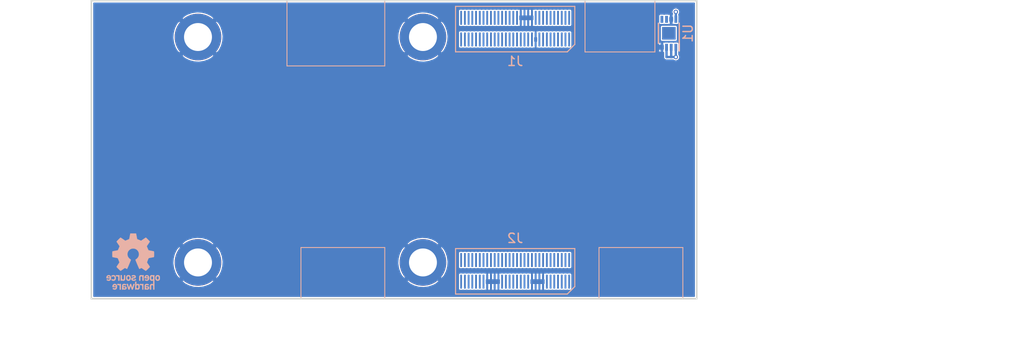
<source format=kicad_pcb>
(kicad_pcb (version 20171130) (host pcbnew "(5.1.2-1)-1")

  (general
    (thickness 1.6)
    (drawings 43)
    (tracks 8)
    (zones 0)
    (modules 8)
    (nets 7)
  )

  (page A)
  (title_block
    (title kimchi_ulid)
    (date 2019-12-15)
    (rev v0.1)
    (company GroupGets)
  )

  (layers
    (0 F.Cu signal)
    (1 In1.Cu power)
    (2 In2.Cu power)
    (31 B.Cu signal)
    (32 B.Adhes user)
    (33 F.Adhes user)
    (34 B.Paste user)
    (35 F.Paste user)
    (36 B.SilkS user)
    (37 F.SilkS user)
    (38 B.Mask user)
    (39 F.Mask user)
    (40 Dwgs.User user)
    (41 Cmts.User user)
    (42 Eco1.User user)
    (43 Eco2.User user)
    (44 Edge.Cuts user)
    (45 Margin user)
    (46 B.CrtYd user)
    (47 F.CrtYd user)
    (48 B.Fab user)
    (49 F.Fab user)
  )

  (setup
    (last_trace_width 0.0762)
    (user_trace_width 0.0762)
    (user_trace_width 0.0889)
    (user_trace_width 0.091186)
    (user_trace_width 0.101346)
    (user_trace_width 0.1016)
    (user_trace_width 0.10668)
    (user_trace_width 0.121666)
    (user_trace_width 0.12192)
    (user_trace_width 0.126746)
    (user_trace_width 0.127)
    (user_trace_width 0.1397)
    (user_trace_width 0.15)
    (user_trace_width 0.2)
    (user_trace_width 0.254)
    (user_trace_width 0.3)
    (user_trace_width 0.35)
    (user_trace_width 0.4)
    (user_trace_width 0.5)
    (user_trace_width 0.75)
    (user_trace_width 1)
    (trace_clearance 0.127)
    (zone_clearance 0.127)
    (zone_45_only yes)
    (trace_min 0.0762)
    (via_size 0.4572)
    (via_drill 0.254)
    (via_min_size 0.3048)
    (via_min_drill 0.1016)
    (user_via 0.4 0.2)
    (user_via 0.4064 0.2)
    (user_via 0.4572 0.254)
    (user_via 0.5 0.3)
    (user_via 0.6 0.2)
    (user_via 0.7 0.4)
    (user_via 1 0.4)
    (uvia_size 0.4572)
    (uvia_drill 0.254)
    (uvias_allowed no)
    (uvia_min_size 0.2)
    (uvia_min_drill 0.1)
    (edge_width 0.15)
    (segment_width 0.2)
    (pcb_text_width 0.3)
    (pcb_text_size 1.5 1.5)
    (mod_edge_width 0.1)
    (mod_text_size 0.5 0.5)
    (mod_text_width 0.1)
    (pad_size 6.4 6.4)
    (pad_drill 3.2)
    (pad_to_mask_clearance 0.0508)
    (solder_mask_min_width 0.1016)
    (aux_axis_origin 107 126)
    (grid_origin 107 126)
    (visible_elements FFFFFF7F)
    (pcbplotparams
      (layerselection 0x20000_7fffff80)
      (usegerberextensions true)
      (usegerberattributes false)
      (usegerberadvancedattributes false)
      (creategerberjobfile false)
      (excludeedgelayer false)
      (linewidth 0.100000)
      (plotframeref false)
      (viasonmask false)
      (mode 1)
      (useauxorigin false)
      (hpglpennumber 1)
      (hpglpenspeed 20)
      (hpglpendiameter 15.000000)
      (psnegative false)
      (psa4output false)
      (plotreference true)
      (plotvalue false)
      (plotinvisibletext false)
      (padsonsilk false)
      (subtractmaskfromsilk false)
      (outputformat 4)
      (mirror false)
      (drillshape 0)
      (scaleselection 1)
      (outputdirectory "gerber"))
  )

  (net 0 "")
  (net 1 GND)
  (net 2 VDD_5V)
  (net 3 VDD_1V8)
  (net 4 VDD_3V3)
  (net 5 I2C4_SCL)
  (net 6 I2C4_SDA)

  (net_class Default "This is the default net class."
    (clearance 0.127)
    (trace_width 0.127)
    (via_dia 0.4572)
    (via_drill 0.254)
    (uvia_dia 0.4572)
    (uvia_drill 0.254)
    (diff_pair_width 0.127)
    (diff_pair_gap 0.127)
    (add_net /CAM_CK_N)
    (add_net /CAM_CK_P)
    (add_net /CAM_D0_N)
    (add_net /CAM_D0_P)
    (add_net /CAM_D1_N)
    (add_net /CAM_D1_P)
    (add_net /CAM_D2_N)
    (add_net /CAM_D2_P)
    (add_net /CAM_D3_N)
    (add_net /CAM_D3_P)
    (add_net /DISP_CK_N)
    (add_net /DISP_CK_P)
    (add_net /DISP_D0_N)
    (add_net /DISP_D0_P)
    (add_net /DISP_D1_N)
    (add_net /DISP_D1_P)
    (add_net /DISP_D2_N)
    (add_net /DISP_D2_P)
    (add_net /DISP_D3_N)
    (add_net /DISP_D3_P)
    (add_net /ENET_MDC)
    (add_net /ENET_MDIO)
    (add_net /ENET_RD0)
    (add_net /ENET_RD1)
    (add_net /ENET_RD2)
    (add_net /ENET_RD3)
    (add_net /ENET_RXC)
    (add_net /ENET_RX_CTL)
    (add_net /ENET_TD0)
    (add_net /ENET_TD1)
    (add_net /ENET_TD2)
    (add_net /ENET_TD3)
    (add_net /ENET_TXC)
    (add_net /ENET_TX_CTL)
    (add_net /USDHC3_CLK)
    (add_net /USDHC3_CMD)
    (add_net /USDHC3_DATA0)
    (add_net /USDHC3_DATA1)
    (add_net /USDHC3_DATA2)
    (add_net /USDHC3_DATA3)
    (add_net ECSPI1_MISO)
    (add_net ECSPI1_MOSI)
    (add_net ECSPI1_SCLK)
    (add_net ECSPI1_SS0)
    (add_net ECSPI2_MISO)
    (add_net ECSPI2_MOSI)
    (add_net ECSPI2_SCLK)
    (add_net ECSPI2_SS0)
    (add_net GND)
    (add_net GPIO1[0])
    (add_net GPIO1[10])
    (add_net GPIO1[11])
    (add_net GPIO1[12])
    (add_net GPIO1[13])
    (add_net GPIO1[14])
    (add_net GPIO1[15])
    (add_net GPIO1[1])
    (add_net GPIO1[9])
    (add_net I2C1_SCL)
    (add_net I2C1_SDA)
    (add_net I2C2_SCL)
    (add_net I2C2_SDA)
    (add_net I2C3_SCL)
    (add_net I2C3_SDA)
    (add_net I2C4_SCL)
    (add_net I2C4_SDA)
    (add_net "Net-(J2-Pad58)")
    (add_net PCIE_USB_D_N)
    (add_net PCIE_USB_D_P)
    (add_net SAI2_MCLK)
    (add_net SAI2_RXC)
    (add_net SAI2_RXD0)
    (add_net SAI2_RXFS)
    (add_net SAI2_TXC)
    (add_net SAI2_TXD0)
    (add_net SAI2_TXFS)
    (add_net SAI3_MCLK)
    (add_net SAI3_RXC)
    (add_net SAI3_RXD)
    (add_net SAI3_RXFS)
    (add_net SAI3_TXC)
    (add_net SAI3_TXD)
    (add_net SAI3_TXFS)
    (add_net UART1_RX)
    (add_net UART1_TX)
    (add_net UART3_RX)
    (add_net UART3_TX)
    (add_net UIM_CLK)
    (add_net UIM_DATA)
    (add_net UIM_PWR)
    (add_net UIM_RESET_N)
    (add_net UIM_VPP)
    (add_net USB2_DN)
    (add_net USB2_DP)
    (add_net USB2_ID)
    (add_net USB2_VBUS)
    (add_net VDD_1V8)
    (add_net VDD_3V3)
    (add_net VDD_5V)
  )

  (net_class CSI/DSI ""
    (clearance 0.127)
    (trace_width 0.121666)
    (via_dia 0.4)
    (via_drill 0.2)
    (uvia_dia 0.3)
    (uvia_drill 0.1)
    (diff_pair_width 0.086106)
    (diff_pair_gap 0.10414)
  )

  (net_class PCIE ""
    (clearance 0.127)
    (trace_width 0.121666)
    (via_dia 0.4)
    (via_drill 0.2)
    (uvia_dia 0.3)
    (uvia_drill 0.1)
    (diff_pair_width 0.126746)
    (diff_pair_gap 0.1016)
  )

  (net_class USB ""
    (clearance 0.127)
    (trace_width 0.121666)
    (via_dia 0.4)
    (via_drill 0.2)
    (uvia_dia 0.3)
    (uvia_drill 0.1)
    (diff_pair_width 0.101346)
    (diff_pair_gap 0.0889)
  )

  (module kimchi_ulid:MountingHole_3mm_Pad (layer F.Cu) (tedit 5E5DFAA1) (tstamp 5E5D88DA)
    (at 142.6 122.1)
    (descr "Mounting Hole 3mm")
    (tags "mounting hole 3mm")
    (path /5E62AAC7)
    (attr virtual)
    (fp_text reference H4 (at 0 -4) (layer F.SilkS) hide
      (effects (font (size 1 1) (thickness 0.15)))
    )
    (fp_text value MountingHole_Pad (at 0 4) (layer F.Fab) hide
      (effects (font (size 1 1) (thickness 0.15)))
    )
    (fp_text user %R (at 0.3 0) (layer F.Fab)
      (effects (font (size 1 1) (thickness 0.15)))
    )
    (fp_circle (center 0 0) (end 2.5 0) (layer Cmts.User) (width 0.15))
    (fp_circle (center 0 0) (end 2.75 0) (layer F.CrtYd) (width 0.05))
    (pad 1 thru_hole circle (at 0 0) (size 5 5) (drill 3) (layers *.Cu *.Mask)
      (net 1 GND))
  )

  (module kimchi_ulid:MountingHole_3mm_Pad (layer F.Cu) (tedit 5E5DFAA1) (tstamp 5E5D88D2)
    (at 142.6 97.9)
    (descr "Mounting Hole 3mm")
    (tags "mounting hole 3mm")
    (path /5E62A27E)
    (attr virtual)
    (fp_text reference H3 (at 0 -4) (layer F.SilkS) hide
      (effects (font (size 1 1) (thickness 0.15)))
    )
    (fp_text value MountingHole_Pad (at 0 4) (layer F.Fab) hide
      (effects (font (size 1 1) (thickness 0.15)))
    )
    (fp_text user %R (at 0.3 0) (layer F.Fab)
      (effects (font (size 1 1) (thickness 0.15)))
    )
    (fp_circle (center 0 0) (end 2.5 0) (layer Cmts.User) (width 0.15))
    (fp_circle (center 0 0) (end 2.75 0) (layer F.CrtYd) (width 0.05))
    (pad 1 thru_hole circle (at 0 0) (size 5 5) (drill 3) (layers *.Cu *.Mask)
      (net 1 GND))
  )

  (module kimchi_ulid:MountingHole_3mm_Pad (layer F.Cu) (tedit 5E5DFAA1) (tstamp 5E5D88CA)
    (at 118.45 122.1)
    (descr "Mounting Hole 3mm")
    (tags "mounting hole 3mm")
    (path /5E62A6D2)
    (attr virtual)
    (fp_text reference H2 (at 0 -4) (layer F.SilkS) hide
      (effects (font (size 1 1) (thickness 0.15)))
    )
    (fp_text value MountingHole_Pad (at 0 4) (layer F.Fab) hide
      (effects (font (size 1 1) (thickness 0.15)))
    )
    (fp_text user %R (at 0.3 0) (layer F.Fab)
      (effects (font (size 1 1) (thickness 0.15)))
    )
    (fp_circle (center 0 0) (end 2.5 0) (layer Cmts.User) (width 0.15))
    (fp_circle (center 0 0) (end 2.75 0) (layer F.CrtYd) (width 0.05))
    (pad 1 thru_hole circle (at 0 0) (size 5 5) (drill 3) (layers *.Cu *.Mask)
      (net 1 GND))
  )

  (module kimchi_ulid:MountingHole_3mm_Pad (layer F.Cu) (tedit 5E5DFAA1) (tstamp 5E5D88C2)
    (at 118.45 97.9)
    (descr "Mounting Hole 3mm")
    (tags "mounting hole 3mm")
    (path /5E6294CA)
    (attr virtual)
    (fp_text reference H1 (at 0 -4) (layer F.SilkS) hide
      (effects (font (size 1 1) (thickness 0.15)))
    )
    (fp_text value MountingHole_Pad (at 0 4) (layer F.Fab) hide
      (effects (font (size 1 1) (thickness 0.15)))
    )
    (fp_text user %R (at 0.3 0) (layer F.Fab)
      (effects (font (size 1 1) (thickness 0.15)))
    )
    (fp_circle (center 0 0) (end 2.5 0) (layer Cmts.User) (width 0.15))
    (fp_circle (center 0 0) (end 2.75 0) (layer F.CrtYd) (width 0.05))
    (pad 1 thru_hole circle (at 0 0) (size 5 5) (drill 3) (layers *.Cu *.Mask)
      (net 1 GND))
  )

  (module "kimchi_ulid:DF40HC(3.5)-60DS" (layer B.Cu) (tedit 5E5DE99C) (tstamp 5E2D942D)
    (at 152.5 123 180)
    (path /5E5E151A)
    (attr smd)
    (fp_text reference J2 (at 0 3.5 180) (layer B.SilkS)
      (effects (font (size 1 1) (thickness 0.15)) (justify mirror))
    )
    (fp_text value "DF40HC(3.5)-60DS" (at 0 0) (layer B.Fab) hide
      (effects (font (size 1 1) (thickness 0.15)) (justify mirror))
    )
    (fp_line (start -6.15 -2.24) (end -6.15 2.14) (layer B.CrtYd) (width 0.05))
    (fp_line (start 6.15 -2.24) (end -6.15 -2.24) (layer B.CrtYd) (width 0.05))
    (fp_line (start 6.15 2.14) (end 6.15 -2.24) (layer B.CrtYd) (width 0.05))
    (fp_line (start -6.15 2.14) (end 6.15 2.14) (layer B.CrtYd) (width 0.05))
    (fp_line (start 6.4 -2.49) (end -5.6 -2.49) (layer B.SilkS) (width 0.12))
    (fp_line (start 6.4 2.39) (end 6.4 -2.49) (layer B.SilkS) (width 0.12))
    (fp_line (start -6.4 2.39) (end 6.4 2.39) (layer B.SilkS) (width 0.12))
    (fp_line (start -6.4 -1.69) (end -6.4 2.39) (layer B.SilkS) (width 0.12))
    (fp_line (start -5.6 -2.49) (end -6.4 -1.69) (layer B.SilkS) (width 0.12))
    (pad 36 smd rect (at 3.8 -1.16 180) (size 0.2 1.5) (layers B.Cu B.Paste B.Mask))
    (pad 37 smd rect (at 3.4 -1.16 180) (size 0.2 1.5) (layers B.Cu B.Paste B.Mask))
    (pad 38 smd rect (at 3 -1.16 180) (size 0.2 1.5) (layers B.Cu B.Paste B.Mask)
      (net 1 GND))
    (pad 39 smd rect (at 2.6 -1.16 180) (size 0.2 1.5) (layers B.Cu B.Paste B.Mask)
      (net 1 GND))
    (pad 40 smd rect (at 2.2 -1.16 180) (size 0.2 1.5) (layers B.Cu B.Paste B.Mask)
      (net 1 GND))
    (pad 30 smd rect (at 5.8 1.16 180) (size 0.2 1.5) (layers B.Cu B.Paste B.Mask))
    (pad 41 smd rect (at 1.8 -1.16 180) (size 0.2 1.5) (layers B.Cu B.Paste B.Mask)
      (net 1 GND))
    (pad 29 smd rect (at 5.4 1.16 180) (size 0.2 1.5) (layers B.Cu B.Paste B.Mask))
    (pad 42 smd rect (at 1.4 -1.16 180) (size 0.2 1.5) (layers B.Cu B.Paste B.Mask)
      (net 3 VDD_1V8))
    (pad 28 smd rect (at 5 1.16 180) (size 0.2 1.5) (layers B.Cu B.Paste B.Mask))
    (pad 43 smd rect (at 1 -1.16 180) (size 0.2 1.5) (layers B.Cu B.Paste B.Mask)
      (net 3 VDD_1V8))
    (pad 27 smd rect (at 4.6 1.16 180) (size 0.2 1.5) (layers B.Cu B.Paste B.Mask))
    (pad 44 smd rect (at 0.6 -1.16 180) (size 0.2 1.5) (layers B.Cu B.Paste B.Mask)
      (net 3 VDD_1V8))
    (pad 26 smd rect (at 4.2 1.16 180) (size 0.2 1.5) (layers B.Cu B.Paste B.Mask))
    (pad 45 smd rect (at 0.2 -1.16 180) (size 0.2 1.5) (layers B.Cu B.Paste B.Mask)
      (net 3 VDD_1V8))
    (pad 25 smd rect (at 3.8 1.16 180) (size 0.2 1.5) (layers B.Cu B.Paste B.Mask))
    (pad 46 smd rect (at -0.2 -1.16 180) (size 0.2 1.5) (layers B.Cu B.Paste B.Mask))
    (pad 24 smd rect (at 3.4 1.16 180) (size 0.2 1.5) (layers B.Cu B.Paste B.Mask))
    (pad 47 smd rect (at -0.6 -1.16 180) (size 0.2 1.5) (layers B.Cu B.Paste B.Mask))
    (pad 23 smd rect (at 3 1.16 180) (size 0.2 1.5) (layers B.Cu B.Paste B.Mask))
    (pad 48 smd rect (at -1 -1.16 180) (size 0.2 1.5) (layers B.Cu B.Paste B.Mask))
    (pad 22 smd rect (at 2.6 1.16 180) (size 0.2 1.5) (layers B.Cu B.Paste B.Mask))
    (pad 49 smd rect (at -1.4 -1.16 180) (size 0.2 1.5) (layers B.Cu B.Paste B.Mask))
    (pad 21 smd rect (at 2.2 1.16 180) (size 0.2 1.5) (layers B.Cu B.Paste B.Mask))
    (pad 50 smd rect (at -1.8 -1.16 180) (size 0.2 1.5) (layers B.Cu B.Paste B.Mask)
      (net 1 GND))
    (pad 20 smd rect (at 1.8 1.16 180) (size 0.2 1.5) (layers B.Cu B.Paste B.Mask))
    (pad 51 smd rect (at -2.2 -1.16 180) (size 0.2 1.5) (layers B.Cu B.Paste B.Mask)
      (net 1 GND))
    (pad 19 smd rect (at 1.4 1.16 180) (size 0.2 1.5) (layers B.Cu B.Paste B.Mask))
    (pad 52 smd rect (at -2.6 -1.16 180) (size 0.2 1.5) (layers B.Cu B.Paste B.Mask)
      (net 1 GND))
    (pad 18 smd rect (at 1 1.16 180) (size 0.2 1.5) (layers B.Cu B.Paste B.Mask))
    (pad 53 smd rect (at -3 -1.16 180) (size 0.2 1.5) (layers B.Cu B.Paste B.Mask)
      (net 1 GND))
    (pad 17 smd rect (at 0.6 1.16 180) (size 0.2 1.5) (layers B.Cu B.Paste B.Mask))
    (pad 54 smd rect (at -3.4 -1.16 180) (size 0.2 1.5) (layers B.Cu B.Paste B.Mask)
      (net 4 VDD_3V3))
    (pad 16 smd rect (at 0.2 1.16 180) (size 0.2 1.5) (layers B.Cu B.Paste B.Mask))
    (pad 55 smd rect (at -3.8 -1.16 180) (size 0.2 1.5) (layers B.Cu B.Paste B.Mask)
      (net 4 VDD_3V3))
    (pad 15 smd rect (at -0.2 1.16 180) (size 0.2 1.5) (layers B.Cu B.Paste B.Mask))
    (pad 56 smd rect (at -4.2 -1.16 180) (size 0.2 1.5) (layers B.Cu B.Paste B.Mask)
      (net 4 VDD_3V3))
    (pad 14 smd rect (at -0.6 1.16 180) (size 0.2 1.5) (layers B.Cu B.Paste B.Mask))
    (pad 57 smd rect (at -4.6 -1.16 180) (size 0.2 1.5) (layers B.Cu B.Paste B.Mask)
      (net 4 VDD_3V3))
    (pad 13 smd rect (at -1 1.16 180) (size 0.2 1.5) (layers B.Cu B.Paste B.Mask))
    (pad 58 smd rect (at -5 -1.16 180) (size 0.2 1.5) (layers B.Cu B.Paste B.Mask))
    (pad 12 smd rect (at -1.4 1.16 180) (size 0.2 1.5) (layers B.Cu B.Paste B.Mask))
    (pad 59 smd rect (at -5.4 -1.16 180) (size 0.2 1.5) (layers B.Cu B.Paste B.Mask))
    (pad 11 smd rect (at -1.8 1.16 180) (size 0.2 1.5) (layers B.Cu B.Paste B.Mask))
    (pad 60 smd rect (at -5.8 -1.16 180) (size 0.2 1.5) (layers B.Cu B.Paste B.Mask))
    (pad 10 smd rect (at -2.2 1.16 180) (size 0.2 1.5) (layers B.Cu B.Paste B.Mask))
    (pad 31 smd rect (at 5.8 -1.16 180) (size 0.2 1.5) (layers B.Cu B.Paste B.Mask))
    (pad 9 smd rect (at -2.6 1.16 180) (size 0.2 1.5) (layers B.Cu B.Paste B.Mask))
    (pad 32 smd rect (at 5.4 -1.16 180) (size 0.2 1.5) (layers B.Cu B.Paste B.Mask))
    (pad 8 smd rect (at -3 1.16 180) (size 0.2 1.5) (layers B.Cu B.Paste B.Mask))
    (pad 33 smd rect (at 5 -1.16 180) (size 0.2 1.5) (layers B.Cu B.Paste B.Mask))
    (pad 7 smd rect (at -3.4 1.16 180) (size 0.2 1.5) (layers B.Cu B.Paste B.Mask))
    (pad 34 smd rect (at 4.6 -1.16 180) (size 0.2 1.5) (layers B.Cu B.Paste B.Mask))
    (pad 6 smd rect (at -3.8 1.16 180) (size 0.2 1.5) (layers B.Cu B.Paste B.Mask))
    (pad 35 smd rect (at 4.2 -1.16 180) (size 0.2 1.5) (layers B.Cu B.Paste B.Mask))
    (pad 5 smd rect (at -4.2 1.16 180) (size 0.2 1.5) (layers B.Cu B.Paste B.Mask))
    (pad 4 smd rect (at -4.6 1.16 180) (size 0.2 1.5) (layers B.Cu B.Paste B.Mask))
    (pad 3 smd rect (at -5 1.16 180) (size 0.2 1.5) (layers B.Cu B.Paste B.Mask))
    (pad 2 smd rect (at -5.4 1.16 180) (size 0.2 1.5) (layers B.Cu B.Paste B.Mask))
    (pad 1 smd rect (at -5.8 1.16 180) (size 0.2 1.5) (layers B.Cu B.Paste B.Mask))
    (model "${KIPRJMOD}/kimchi_ulid.pretty/DF40HC(3.5)-60DS.stp"
      (offset (xyz -2.115 0 1.99))
      (scale (xyz 1 1 1))
      (rotate (xyz -90 0 90))
    )
  )

  (module "kimchi_ulid:DF40HC(3.5)-60DS" (layer B.Cu) (tedit 5E5DE99C) (tstamp 5E6A0664)
    (at 152.5 97 180)
    (path /5E5E1603)
    (attr smd)
    (fp_text reference J1 (at 0 -3.5) (layer B.SilkS)
      (effects (font (size 1 1) (thickness 0.15)) (justify mirror))
    )
    (fp_text value "DF40HC(3.5)-60DS" (at 0 0) (layer B.Fab) hide
      (effects (font (size 1 1) (thickness 0.15)) (justify mirror))
    )
    (fp_line (start -6.15 -2.24) (end -6.15 2.14) (layer B.CrtYd) (width 0.05))
    (fp_line (start 6.15 -2.24) (end -6.15 -2.24) (layer B.CrtYd) (width 0.05))
    (fp_line (start 6.15 2.14) (end 6.15 -2.24) (layer B.CrtYd) (width 0.05))
    (fp_line (start -6.15 2.14) (end 6.15 2.14) (layer B.CrtYd) (width 0.05))
    (fp_line (start 6.4 -2.49) (end -5.6 -2.49) (layer B.SilkS) (width 0.12))
    (fp_line (start 6.4 2.39) (end 6.4 -2.49) (layer B.SilkS) (width 0.12))
    (fp_line (start -6.4 2.39) (end 6.4 2.39) (layer B.SilkS) (width 0.12))
    (fp_line (start -6.4 -1.69) (end -6.4 2.39) (layer B.SilkS) (width 0.12))
    (fp_line (start -5.6 -2.49) (end -6.4 -1.69) (layer B.SilkS) (width 0.12))
    (pad 36 smd rect (at 3.8 -1.16 180) (size 0.2 1.5) (layers B.Cu B.Paste B.Mask))
    (pad 37 smd rect (at 3.4 -1.16 180) (size 0.2 1.5) (layers B.Cu B.Paste B.Mask))
    (pad 38 smd rect (at 3 -1.16 180) (size 0.2 1.5) (layers B.Cu B.Paste B.Mask))
    (pad 39 smd rect (at 2.6 -1.16 180) (size 0.2 1.5) (layers B.Cu B.Paste B.Mask))
    (pad 40 smd rect (at 2.2 -1.16 180) (size 0.2 1.5) (layers B.Cu B.Paste B.Mask))
    (pad 30 smd rect (at 5.8 1.16 180) (size 0.2 1.5) (layers B.Cu B.Paste B.Mask))
    (pad 41 smd rect (at 1.8 -1.16 180) (size 0.2 1.5) (layers B.Cu B.Paste B.Mask))
    (pad 29 smd rect (at 5.4 1.16 180) (size 0.2 1.5) (layers B.Cu B.Paste B.Mask))
    (pad 42 smd rect (at 1.4 -1.16 180) (size 0.2 1.5) (layers B.Cu B.Paste B.Mask))
    (pad 28 smd rect (at 5 1.16 180) (size 0.2 1.5) (layers B.Cu B.Paste B.Mask))
    (pad 43 smd rect (at 1 -1.16 180) (size 0.2 1.5) (layers B.Cu B.Paste B.Mask))
    (pad 27 smd rect (at 4.6 1.16 180) (size 0.2 1.5) (layers B.Cu B.Paste B.Mask))
    (pad 44 smd rect (at 0.6 -1.16 180) (size 0.2 1.5) (layers B.Cu B.Paste B.Mask))
    (pad 26 smd rect (at 4.2 1.16 180) (size 0.2 1.5) (layers B.Cu B.Paste B.Mask))
    (pad 45 smd rect (at 0.2 -1.16 180) (size 0.2 1.5) (layers B.Cu B.Paste B.Mask))
    (pad 25 smd rect (at 3.8 1.16 180) (size 0.2 1.5) (layers B.Cu B.Paste B.Mask))
    (pad 46 smd rect (at -0.2 -1.16 180) (size 0.2 1.5) (layers B.Cu B.Paste B.Mask))
    (pad 24 smd rect (at 3.4 1.16 180) (size 0.2 1.5) (layers B.Cu B.Paste B.Mask))
    (pad 47 smd rect (at -0.6 -1.16 180) (size 0.2 1.5) (layers B.Cu B.Paste B.Mask))
    (pad 23 smd rect (at 3 1.16 180) (size 0.2 1.5) (layers B.Cu B.Paste B.Mask))
    (pad 48 smd rect (at -1 -1.16 180) (size 0.2 1.5) (layers B.Cu B.Paste B.Mask))
    (pad 22 smd rect (at 2.6 1.16 180) (size 0.2 1.5) (layers B.Cu B.Paste B.Mask))
    (pad 49 smd rect (at -1.4 -1.16 180) (size 0.2 1.5) (layers B.Cu B.Paste B.Mask))
    (pad 21 smd rect (at 2.2 1.16 180) (size 0.2 1.5) (layers B.Cu B.Paste B.Mask))
    (pad 50 smd rect (at -1.8 -1.16 180) (size 0.2 1.5) (layers B.Cu B.Paste B.Mask))
    (pad 20 smd rect (at 1.8 1.16 180) (size 0.2 1.5) (layers B.Cu B.Paste B.Mask))
    (pad 51 smd rect (at -2.2 -1.16 180) (size 0.2 1.5) (layers B.Cu B.Paste B.Mask)
      (net 1 GND))
    (pad 19 smd rect (at 1.4 1.16 180) (size 0.2 1.5) (layers B.Cu B.Paste B.Mask))
    (pad 52 smd rect (at -2.6 -1.16 180) (size 0.2 1.5) (layers B.Cu B.Paste B.Mask))
    (pad 18 smd rect (at 1 1.16 180) (size 0.2 1.5) (layers B.Cu B.Paste B.Mask))
    (pad 53 smd rect (at -3 -1.16 180) (size 0.2 1.5) (layers B.Cu B.Paste B.Mask))
    (pad 17 smd rect (at 0.6 1.16 180) (size 0.2 1.5) (layers B.Cu B.Paste B.Mask))
    (pad 54 smd rect (at -3.4 -1.16 180) (size 0.2 1.5) (layers B.Cu B.Paste B.Mask))
    (pad 16 smd rect (at 0.2 1.16 180) (size 0.2 1.5) (layers B.Cu B.Paste B.Mask)
      (net 5 I2C4_SCL))
    (pad 55 smd rect (at -3.8 -1.16 180) (size 0.2 1.5) (layers B.Cu B.Paste B.Mask))
    (pad 15 smd rect (at -0.2 1.16 180) (size 0.2 1.5) (layers B.Cu B.Paste B.Mask)
      (net 6 I2C4_SDA))
    (pad 56 smd rect (at -4.2 -1.16 180) (size 0.2 1.5) (layers B.Cu B.Paste B.Mask))
    (pad 14 smd rect (at -0.6 1.16 180) (size 0.2 1.5) (layers B.Cu B.Paste B.Mask)
      (net 1 GND))
    (pad 57 smd rect (at -4.6 -1.16 180) (size 0.2 1.5) (layers B.Cu B.Paste B.Mask))
    (pad 13 smd rect (at -1 1.16 180) (size 0.2 1.5) (layers B.Cu B.Paste B.Mask)
      (net 1 GND))
    (pad 58 smd rect (at -5 -1.16 180) (size 0.2 1.5) (layers B.Cu B.Paste B.Mask))
    (pad 12 smd rect (at -1.4 1.16 180) (size 0.2 1.5) (layers B.Cu B.Paste B.Mask)
      (net 1 GND))
    (pad 59 smd rect (at -5.4 -1.16 180) (size 0.2 1.5) (layers B.Cu B.Paste B.Mask))
    (pad 11 smd rect (at -1.8 1.16 180) (size 0.2 1.5) (layers B.Cu B.Paste B.Mask)
      (net 1 GND))
    (pad 60 smd rect (at -5.8 -1.16 180) (size 0.2 1.5) (layers B.Cu B.Paste B.Mask))
    (pad 10 smd rect (at -2.2 1.16 180) (size 0.2 1.5) (layers B.Cu B.Paste B.Mask)
      (net 2 VDD_5V))
    (pad 31 smd rect (at 5.8 -1.16 180) (size 0.2 1.5) (layers B.Cu B.Paste B.Mask))
    (pad 9 smd rect (at -2.6 1.16 180) (size 0.2 1.5) (layers B.Cu B.Paste B.Mask)
      (net 2 VDD_5V))
    (pad 32 smd rect (at 5.4 -1.16 180) (size 0.2 1.5) (layers B.Cu B.Paste B.Mask))
    (pad 8 smd rect (at -3 1.16 180) (size 0.2 1.5) (layers B.Cu B.Paste B.Mask)
      (net 2 VDD_5V))
    (pad 33 smd rect (at 5 -1.16 180) (size 0.2 1.5) (layers B.Cu B.Paste B.Mask))
    (pad 7 smd rect (at -3.4 1.16 180) (size 0.2 1.5) (layers B.Cu B.Paste B.Mask)
      (net 2 VDD_5V))
    (pad 34 smd rect (at 4.6 -1.16 180) (size 0.2 1.5) (layers B.Cu B.Paste B.Mask))
    (pad 6 smd rect (at -3.8 1.16 180) (size 0.2 1.5) (layers B.Cu B.Paste B.Mask))
    (pad 35 smd rect (at 4.2 -1.16 180) (size 0.2 1.5) (layers B.Cu B.Paste B.Mask))
    (pad 5 smd rect (at -4.2 1.16 180) (size 0.2 1.5) (layers B.Cu B.Paste B.Mask))
    (pad 4 smd rect (at -4.6 1.16 180) (size 0.2 1.5) (layers B.Cu B.Paste B.Mask))
    (pad 3 smd rect (at -5 1.16 180) (size 0.2 1.5) (layers B.Cu B.Paste B.Mask))
    (pad 2 smd rect (at -5.4 1.16 180) (size 0.2 1.5) (layers B.Cu B.Paste B.Mask))
    (pad 1 smd rect (at -5.8 1.16 180) (size 0.2 1.5) (layers B.Cu B.Paste B.Mask))
    (model "${KIPRJMOD}/kimchi_ulid.pretty/DF40HC(3.5)-60DS.stp"
      (offset (xyz -2.115 0 1.99))
      (scale (xyz 1 1 1))
      (rotate (xyz -90 0 90))
    )
  )

  (module Package_DFN_QFN:DFN-8-1EP_3x2mm_P0.5mm_EP1.36x1.46mm (layer B.Cu) (tedit 5A68DC49) (tstamp 5E5D5F2D)
    (at 169 97.5 90)
    (descr "8-Lead Plastic Dual Flat, No Lead Package (8MA2) - 2x3x0.6 mm Body (http://ww1.microchip.com/downloads/en/DeviceDoc/20005010F.pdf)")
    (tags "DFN 0.5")
    (path /5D8EE848)
    (attr smd)
    (fp_text reference U1 (at 0 2.05 270) (layer B.SilkS)
      (effects (font (size 1 1) (thickness 0.15)) (justify mirror))
    )
    (fp_text value 24C32 (at 0 -2.05 270) (layer B.Fab) hide
      (effects (font (size 1 1) (thickness 0.15)) (justify mirror))
    )
    (fp_line (start -1.9 1.12) (end 1.08 1.12) (layer B.SilkS) (width 0.15))
    (fp_line (start -1.08 -1.12) (end 1.08 -1.12) (layer B.SilkS) (width 0.15))
    (fp_line (start -2.13 -1.25) (end 2.13 -1.25) (layer B.CrtYd) (width 0.05))
    (fp_line (start -2.13 1.25) (end 2.13 1.25) (layer B.CrtYd) (width 0.05))
    (fp_line (start 2.13 1.25) (end 2.13 -1.25) (layer B.CrtYd) (width 0.05))
    (fp_line (start -2.13 1.25) (end -2.13 -1.25) (layer B.CrtYd) (width 0.05))
    (fp_line (start -1.5 0) (end -0.5 1) (layer B.Fab) (width 0.15))
    (fp_line (start -1.5 -1) (end -1.5 0) (layer B.Fab) (width 0.15))
    (fp_line (start 1.5 -1) (end -1.5 -1) (layer B.Fab) (width 0.15))
    (fp_line (start 1.5 1) (end 1.5 -1) (layer B.Fab) (width 0.15))
    (fp_line (start -0.5 1) (end 1.5 1) (layer B.Fab) (width 0.15))
    (fp_text user %R (at 0 0 270) (layer B.Fab)
      (effects (font (size 0.7 0.7) (thickness 0.105)) (justify mirror))
    )
    (pad "" smd rect (at 0.325 -0.375 90) (size 0.5 0.6) (layers B.Paste))
    (pad "" smd rect (at 0.325 0.375 90) (size 0.5 0.6) (layers B.Paste))
    (pad "" smd rect (at -0.325 -0.375 90) (size 0.5 0.6) (layers B.Paste))
    (pad "" smd rect (at -0.325 0.375 90) (size 0.5 0.6) (layers B.Paste))
    (pad 9 smd rect (at 0 0 90) (size 1.36 1.46) (layers B.Cu B.Mask))
    (pad 8 smd rect (at 1.5 0.75 90) (size 0.75 0.3) (layers B.Cu B.Paste B.Mask)
      (net 4 VDD_3V3))
    (pad 7 smd rect (at 1.5 0.25 90) (size 0.75 0.3) (layers B.Cu B.Paste B.Mask)
      (net 1 GND))
    (pad 6 smd rect (at 1.5 -0.25 90) (size 0.75 0.3) (layers B.Cu B.Paste B.Mask)
      (net 5 I2C4_SCL))
    (pad 5 smd rect (at 1.5 -0.75 90) (size 0.75 0.3) (layers B.Cu B.Paste B.Mask)
      (net 6 I2C4_SDA))
    (pad 4 smd rect (at -1.5 -0.75 90) (size 0.75 0.3) (layers B.Cu B.Paste B.Mask)
      (net 1 GND))
    (pad 3 smd rect (at -1.5 -0.25 90) (size 0.75 0.3) (layers B.Cu B.Paste B.Mask)
      (net 4 VDD_3V3))
    (pad 2 smd rect (at -1.5 0.25 90) (size 0.75 0.3) (layers B.Cu B.Paste B.Mask)
      (net 4 VDD_3V3))
    (pad 1 smd rect (at -1.5 0.75 90) (size 0.75 0.3) (layers B.Cu B.Paste B.Mask)
      (net 4 VDD_3V3))
    (model ${KISYS3DMOD}/Package_DFN_QFN.3dshapes/DFN-8-1EP_3x2mm_P0.5mm_EP1.36x1.46mm.wrl
      (at (xyz 0 0 0))
      (scale (xyz 1 1 1))
      (rotate (xyz 0 0 0))
    )
  )

  (module Symbol:OSHW-Logo_5.7x6mm_SilkScreen (layer B.Cu) (tedit 0) (tstamp 5E5D5F10)
    (at 111.5 122 180)
    (descr "Open Source Hardware Logo")
    (tags "Logo OSHW")
    (path /5EA00236)
    (attr virtual)
    (fp_text reference LOGO1 (at 0 0) (layer B.SilkS) hide
      (effects (font (size 1 1) (thickness 0.15)) (justify mirror))
    )
    (fp_text value Logo_Open_Hardware_Small (at 0.75 0) (layer B.Fab) hide
      (effects (font (size 1 1) (thickness 0.15)) (justify mirror))
    )
    (fp_poly (pts (xy 0.376964 2.709982) (xy 0.433812 2.40843) (xy 0.853338 2.235488) (xy 1.104984 2.406605)
      (xy 1.175458 2.45425) (xy 1.239163 2.49679) (xy 1.293126 2.532285) (xy 1.334373 2.55879)
      (xy 1.359934 2.574364) (xy 1.366895 2.577722) (xy 1.379435 2.569086) (xy 1.406231 2.545208)
      (xy 1.44428 2.509141) (xy 1.490579 2.463933) (xy 1.542123 2.412636) (xy 1.595909 2.358299)
      (xy 1.648935 2.303972) (xy 1.698195 2.252705) (xy 1.740687 2.207549) (xy 1.773407 2.171554)
      (xy 1.793351 2.14777) (xy 1.798119 2.13981) (xy 1.791257 2.125135) (xy 1.77202 2.092986)
      (xy 1.74243 2.046508) (xy 1.70451 1.988844) (xy 1.660282 1.92314) (xy 1.634654 1.885664)
      (xy 1.587941 1.817232) (xy 1.546432 1.75548) (xy 1.51214 1.703481) (xy 1.48708 1.664308)
      (xy 1.473264 1.641035) (xy 1.471188 1.636145) (xy 1.475895 1.622245) (xy 1.488723 1.58985)
      (xy 1.507738 1.543515) (xy 1.531003 1.487794) (xy 1.556584 1.427242) (xy 1.582545 1.366414)
      (xy 1.60695 1.309864) (xy 1.627863 1.262148) (xy 1.643349 1.227819) (xy 1.651472 1.211432)
      (xy 1.651952 1.210788) (xy 1.664707 1.207659) (xy 1.698677 1.200679) (xy 1.75034 1.190533)
      (xy 1.816176 1.177908) (xy 1.892664 1.163491) (xy 1.93729 1.155177) (xy 2.019021 1.139616)
      (xy 2.092843 1.124808) (xy 2.155021 1.111564) (xy 2.201822 1.100695) (xy 2.229509 1.093011)
      (xy 2.235074 1.090573) (xy 2.240526 1.07407) (xy 2.244924 1.0368) (xy 2.248272 0.98312)
      (xy 2.250574 0.917388) (xy 2.251832 0.843963) (xy 2.252048 0.767204) (xy 2.251227 0.691468)
      (xy 2.249371 0.621114) (xy 2.246482 0.5605) (xy 2.242565 0.513984) (xy 2.237622 0.485925)
      (xy 2.234657 0.480084) (xy 2.216934 0.473083) (xy 2.179381 0.463073) (xy 2.126964 0.451231)
      (xy 2.064652 0.438733) (xy 2.0429 0.43469) (xy 1.938024 0.41548) (xy 1.85518 0.400009)
      (xy 1.79163 0.387663) (xy 1.744637 0.377827) (xy 1.711463 0.369886) (xy 1.689371 0.363224)
      (xy 1.675624 0.357227) (xy 1.667484 0.351281) (xy 1.666345 0.350106) (xy 1.654977 0.331174)
      (xy 1.637635 0.294331) (xy 1.61605 0.244087) (xy 1.591954 0.184954) (xy 1.567079 0.121444)
      (xy 1.543157 0.058068) (xy 1.521919 -0.000662) (xy 1.505097 -0.050235) (xy 1.494422 -0.086139)
      (xy 1.491627 -0.103862) (xy 1.49186 -0.104483) (xy 1.501331 -0.11897) (xy 1.522818 -0.150844)
      (xy 1.554063 -0.196789) (xy 1.592807 -0.253485) (xy 1.636793 -0.317617) (xy 1.649319 -0.335842)
      (xy 1.693984 -0.401914) (xy 1.733288 -0.4622) (xy 1.765088 -0.513235) (xy 1.787245 -0.55156)
      (xy 1.797617 -0.573711) (xy 1.798119 -0.576432) (xy 1.789405 -0.590736) (xy 1.765325 -0.619072)
      (xy 1.728976 -0.658396) (xy 1.683453 -0.705661) (xy 1.631852 -0.757823) (xy 1.577267 -0.811835)
      (xy 1.522794 -0.864653) (xy 1.471529 -0.913231) (xy 1.426567 -0.954523) (xy 1.391004 -0.985485)
      (xy 1.367935 -1.00307) (xy 1.361554 -1.005941) (xy 1.346699 -0.999178) (xy 1.316286 -0.980939)
      (xy 1.275268 -0.954297) (xy 1.243709 -0.932852) (xy 1.186525 -0.893503) (xy 1.118806 -0.847171)
      (xy 1.05088 -0.800913) (xy 1.014361 -0.776155) (xy 0.890752 -0.692547) (xy 0.786991 -0.74865)
      (xy 0.73972 -0.773228) (xy 0.699523 -0.792331) (xy 0.672326 -0.803227) (xy 0.665402 -0.804743)
      (xy 0.657077 -0.793549) (xy 0.640654 -0.761917) (xy 0.617357 -0.712765) (xy 0.588414 -0.64901)
      (xy 0.55505 -0.573571) (xy 0.518491 -0.489364) (xy 0.479964 -0.399308) (xy 0.440694 -0.306321)
      (xy 0.401908 -0.21332) (xy 0.36483 -0.123223) (xy 0.330689 -0.038948) (xy 0.300708 0.036587)
      (xy 0.276116 0.100466) (xy 0.258136 0.149769) (xy 0.247997 0.181579) (xy 0.246366 0.192504)
      (xy 0.259291 0.206439) (xy 0.287589 0.22906) (xy 0.325346 0.255667) (xy 0.328515 0.257772)
      (xy 0.4261 0.335886) (xy 0.504786 0.427018) (xy 0.563891 0.528255) (xy 0.602732 0.636682)
      (xy 0.620628 0.749386) (xy 0.616897 0.863452) (xy 0.590857 0.975966) (xy 0.541825 1.084015)
      (xy 0.5274 1.107655) (xy 0.452369 1.203113) (xy 0.36373 1.279768) (xy 0.264549 1.33722)
      (xy 0.157895 1.375071) (xy 0.046836 1.392922) (xy -0.065561 1.390375) (xy -0.176227 1.36703)
      (xy -0.282094 1.32249) (xy -0.380095 1.256355) (xy -0.41041 1.229513) (xy -0.487562 1.145488)
      (xy -0.543782 1.057034) (xy -0.582347 0.957885) (xy -0.603826 0.859697) (xy -0.609128 0.749303)
      (xy -0.591448 0.63836) (xy -0.552581 0.530619) (xy -0.494323 0.429831) (xy -0.418469 0.339744)
      (xy -0.326817 0.264108) (xy -0.314772 0.256136) (xy -0.276611 0.230026) (xy -0.247601 0.207405)
      (xy -0.233732 0.192961) (xy -0.233531 0.192504) (xy -0.236508 0.176879) (xy -0.248311 0.141418)
      (xy -0.267714 0.089038) (xy -0.293488 0.022655) (xy -0.324409 -0.054814) (xy -0.359249 -0.14045)
      (xy -0.396783 -0.231337) (xy -0.435783 -0.324559) (xy -0.475023 -0.417197) (xy -0.513276 -0.506335)
      (xy -0.549317 -0.589055) (xy -0.581917 -0.662441) (xy -0.609852 -0.723575) (xy -0.631895 -0.769541)
      (xy -0.646818 -0.797421) (xy -0.652828 -0.804743) (xy -0.671191 -0.799041) (xy -0.705552 -0.783749)
      (xy -0.749984 -0.761599) (xy -0.774417 -0.74865) (xy -0.878178 -0.692547) (xy -1.001787 -0.776155)
      (xy -1.064886 -0.818987) (xy -1.13397 -0.866122) (xy -1.198707 -0.910503) (xy -1.231134 -0.932852)
      (xy -1.276741 -0.963477) (xy -1.31536 -0.987747) (xy -1.341952 -1.002587) (xy -1.35059 -1.005724)
      (xy -1.363161 -0.997261) (xy -1.390984 -0.973636) (xy -1.431361 -0.937302) (xy -1.481595 -0.890711)
      (xy -1.538988 -0.836317) (xy -1.575286 -0.801392) (xy -1.63879 -0.738996) (xy -1.693673 -0.683188)
      (xy -1.737714 -0.636354) (xy -1.768695 -0.600882) (xy -1.784398 -0.579161) (xy -1.785905 -0.574752)
      (xy -1.778914 -0.557985) (xy -1.759594 -0.524082) (xy -1.730091 -0.476476) (xy -1.692545 -0.418599)
      (xy -1.6491 -0.353884) (xy -1.636745 -0.335842) (xy -1.591727 -0.270267) (xy -1.55134 -0.211228)
      (xy -1.51784 -0.162042) (xy -1.493486 -0.126028) (xy -1.480536 -0.106502) (xy -1.479285 -0.104483)
      (xy -1.481156 -0.088922) (xy -1.491087 -0.054709) (xy -1.507347 -0.006355) (xy -1.528205 0.051629)
      (xy -1.551927 0.11473) (xy -1.576784 0.178437) (xy -1.601042 0.238239) (xy -1.622971 0.289624)
      (xy -1.640838 0.328081) (xy -1.652913 0.349098) (xy -1.653771 0.350106) (xy -1.661154 0.356112)
      (xy -1.673625 0.362052) (xy -1.69392 0.36854) (xy -1.724778 0.376191) (xy -1.768934 0.38562)
      (xy -1.829126 0.397441) (xy -1.908093 0.412271) (xy -2.00857 0.430723) (xy -2.030325 0.43469)
      (xy -2.094802 0.447147) (xy -2.151011 0.459334) (xy -2.193987 0.470074) (xy -2.21876 0.478191)
      (xy -2.222082 0.480084) (xy -2.227556 0.496862) (xy -2.232006 0.534355) (xy -2.235428 0.588206)
      (xy -2.237819 0.654056) (xy -2.239177 0.727547) (xy -2.239499 0.80432) (xy -2.238781 0.880017)
      (xy -2.237021 0.95028) (xy -2.234216 1.01075) (xy -2.230362 1.05707) (xy -2.225457 1.084881)
      (xy -2.2225 1.090573) (xy -2.206037 1.096314) (xy -2.168551 1.105655) (xy -2.113775 1.117785)
      (xy -2.045445 1.131893) (xy -1.967294 1.14717) (xy -1.924716 1.155177) (xy -1.843929 1.170279)
      (xy -1.771887 1.18396) (xy -1.712111 1.195533) (xy -1.668121 1.204313) (xy -1.643439 1.209613)
      (xy -1.639377 1.210788) (xy -1.632511 1.224035) (xy -1.617998 1.255943) (xy -1.597771 1.301953)
      (xy -1.573766 1.357508) (xy -1.547918 1.418047) (xy -1.52216 1.479014) (xy -1.498427 1.535849)
      (xy -1.478654 1.583994) (xy -1.464776 1.61889) (xy -1.458726 1.635979) (xy -1.458614 1.636726)
      (xy -1.465472 1.650207) (xy -1.484698 1.68123) (xy -1.514272 1.726711) (xy -1.552173 1.783568)
      (xy -1.59638 1.848717) (xy -1.622079 1.886138) (xy -1.668907 1.954753) (xy -1.710499 2.017048)
      (xy -1.744825 2.069871) (xy -1.769857 2.110073) (xy -1.783565 2.1345) (xy -1.785544 2.139976)
      (xy -1.777034 2.152722) (xy -1.753507 2.179937) (xy -1.717968 2.218572) (xy -1.673423 2.265577)
      (xy -1.622877 2.317905) (xy -1.569336 2.372505) (xy -1.515805 2.42633) (xy -1.465289 2.47633)
      (xy -1.420794 2.519457) (xy -1.385325 2.552661) (xy -1.361887 2.572894) (xy -1.354046 2.577722)
      (xy -1.34128 2.570933) (xy -1.310744 2.551858) (xy -1.26541 2.522439) (xy -1.208244 2.484619)
      (xy -1.142216 2.440339) (xy -1.09241 2.406605) (xy -0.840764 2.235488) (xy -0.631001 2.321959)
      (xy -0.421237 2.40843) (xy -0.364389 2.709982) (xy -0.30754 3.011534) (xy 0.320115 3.011534)
      (xy 0.376964 2.709982)) (layer B.SilkS) (width 0.01))
    (fp_poly (pts (xy 1.79946 -1.45803) (xy 1.842711 -1.471245) (xy 1.870558 -1.487941) (xy 1.879629 -1.501145)
      (xy 1.877132 -1.516797) (xy 1.860931 -1.541385) (xy 1.847232 -1.5588) (xy 1.818992 -1.590283)
      (xy 1.797775 -1.603529) (xy 1.779688 -1.602664) (xy 1.726035 -1.58901) (xy 1.68663 -1.58963)
      (xy 1.654632 -1.605104) (xy 1.64389 -1.614161) (xy 1.609505 -1.646027) (xy 1.609505 -2.062179)
      (xy 1.471188 -2.062179) (xy 1.471188 -1.458614) (xy 1.540347 -1.458614) (xy 1.581869 -1.460256)
      (xy 1.603291 -1.466087) (xy 1.609502 -1.477461) (xy 1.609505 -1.477798) (xy 1.612439 -1.489713)
      (xy 1.625704 -1.488159) (xy 1.644084 -1.479563) (xy 1.682046 -1.463568) (xy 1.712872 -1.453945)
      (xy 1.752536 -1.451478) (xy 1.79946 -1.45803)) (layer B.SilkS) (width 0.01))
    (fp_poly (pts (xy -0.754012 -1.469002) (xy -0.722717 -1.48395) (xy -0.692409 -1.505541) (xy -0.669318 -1.530391)
      (xy -0.6525 -1.562087) (xy -0.641006 -1.604214) (xy -0.633891 -1.660358) (xy -0.630207 -1.734106)
      (xy -0.629008 -1.829044) (xy -0.628989 -1.838985) (xy -0.628713 -2.062179) (xy -0.76703 -2.062179)
      (xy -0.76703 -1.856418) (xy -0.767128 -1.780189) (xy -0.767809 -1.724939) (xy -0.769651 -1.686501)
      (xy -0.773233 -1.660706) (xy -0.779132 -1.643384) (xy -0.787927 -1.630368) (xy -0.80018 -1.617507)
      (xy -0.843047 -1.589873) (xy -0.889843 -1.584745) (xy -0.934424 -1.602217) (xy -0.949928 -1.615221)
      (xy -0.96131 -1.627447) (xy -0.969481 -1.64054) (xy -0.974974 -1.658615) (xy -0.97832 -1.685787)
      (xy -0.980051 -1.72617) (xy -0.980697 -1.783879) (xy -0.980792 -1.854132) (xy -0.980792 -2.062179)
      (xy -1.119109 -2.062179) (xy -1.119109 -1.458614) (xy -1.04995 -1.458614) (xy -1.008428 -1.460256)
      (xy -0.987006 -1.466087) (xy -0.980795 -1.477461) (xy -0.980792 -1.477798) (xy -0.97791 -1.488938)
      (xy -0.965199 -1.487674) (xy -0.939926 -1.475434) (xy -0.882605 -1.457424) (xy -0.817037 -1.455421)
      (xy -0.754012 -1.469002)) (layer B.SilkS) (width 0.01))
    (fp_poly (pts (xy 2.677898 -1.456457) (xy 2.710096 -1.464279) (xy 2.771825 -1.492921) (xy 2.82461 -1.536667)
      (xy 2.861141 -1.589117) (xy 2.86616 -1.600893) (xy 2.873045 -1.63174) (xy 2.877864 -1.677371)
      (xy 2.879505 -1.723492) (xy 2.879505 -1.810693) (xy 2.697178 -1.810693) (xy 2.621979 -1.810978)
      (xy 2.569003 -1.812704) (xy 2.535325 -1.817181) (xy 2.51802 -1.82572) (xy 2.514163 -1.83963)
      (xy 2.520829 -1.860222) (xy 2.53277 -1.884315) (xy 2.56608 -1.924525) (xy 2.612368 -1.944558)
      (xy 2.668944 -1.943905) (xy 2.733031 -1.922101) (xy 2.788417 -1.895193) (xy 2.834375 -1.931532)
      (xy 2.880333 -1.967872) (xy 2.837096 -2.007819) (xy 2.779374 -2.045563) (xy 2.708386 -2.06832)
      (xy 2.632029 -2.074688) (xy 2.558199 -2.063268) (xy 2.546287 -2.059393) (xy 2.481399 -2.025506)
      (xy 2.43313 -1.974986) (xy 2.400465 -1.906325) (xy 2.382385 -1.818014) (xy 2.382175 -1.816121)
      (xy 2.380556 -1.719878) (xy 2.3871 -1.685542) (xy 2.514852 -1.685542) (xy 2.526584 -1.690822)
      (xy 2.558438 -1.694867) (xy 2.605397 -1.697176) (xy 2.635154 -1.697525) (xy 2.690648 -1.697306)
      (xy 2.725346 -1.695916) (xy 2.743601 -1.692251) (xy 2.749766 -1.68521) (xy 2.748195 -1.67369)
      (xy 2.746878 -1.669233) (xy 2.724382 -1.627355) (xy 2.689003 -1.593604) (xy 2.65778 -1.578773)
      (xy 2.616301 -1.579668) (xy 2.574269 -1.598164) (xy 2.539012 -1.628786) (xy 2.517854 -1.666062)
      (xy 2.514852 -1.685542) (xy 2.3871 -1.685542) (xy 2.39669 -1.635229) (xy 2.428698 -1.564191)
      (xy 2.474701 -1.508779) (xy 2.532821 -1.471009) (xy 2.60118 -1.452896) (xy 2.677898 -1.456457)) (layer B.SilkS) (width 0.01))
    (fp_poly (pts (xy 2.217226 -1.46388) (xy 2.29008 -1.49483) (xy 2.313027 -1.509895) (xy 2.342354 -1.533048)
      (xy 2.360764 -1.551253) (xy 2.363961 -1.557183) (xy 2.354935 -1.57034) (xy 2.331837 -1.592667)
      (xy 2.313344 -1.60825) (xy 2.262728 -1.648926) (xy 2.22276 -1.615295) (xy 2.191874 -1.593584)
      (xy 2.161759 -1.58609) (xy 2.127292 -1.58792) (xy 2.072561 -1.601528) (xy 2.034886 -1.629772)
      (xy 2.011991 -1.675433) (xy 2.001597 -1.741289) (xy 2.001595 -1.741331) (xy 2.002494 -1.814939)
      (xy 2.016463 -1.868946) (xy 2.044328 -1.905716) (xy 2.063325 -1.918168) (xy 2.113776 -1.933673)
      (xy 2.167663 -1.933683) (xy 2.214546 -1.918638) (xy 2.225644 -1.911287) (xy 2.253476 -1.892511)
      (xy 2.275236 -1.889434) (xy 2.298704 -1.903409) (xy 2.324649 -1.92851) (xy 2.365716 -1.97088)
      (xy 2.320121 -2.008464) (xy 2.249674 -2.050882) (xy 2.170233 -2.071785) (xy 2.087215 -2.070272)
      (xy 2.032694 -2.056411) (xy 1.96897 -2.022135) (xy 1.918005 -1.968212) (xy 1.894851 -1.930149)
      (xy 1.876099 -1.875536) (xy 1.866715 -1.806369) (xy 1.866643 -1.731407) (xy 1.875824 -1.659409)
      (xy 1.894199 -1.599137) (xy 1.897093 -1.592958) (xy 1.939952 -1.532351) (xy 1.997979 -1.488224)
      (xy 2.066591 -1.461493) (xy 2.141201 -1.453073) (xy 2.217226 -1.46388)) (layer B.SilkS) (width 0.01))
    (fp_poly (pts (xy 0.993367 -1.654342) (xy 0.994555 -1.746563) (xy 0.998897 -1.81661) (xy 1.007558 -1.867381)
      (xy 1.021704 -1.901772) (xy 1.0425 -1.922679) (xy 1.07111 -1.933) (xy 1.106535 -1.935636)
      (xy 1.143636 -1.932682) (xy 1.171818 -1.921889) (xy 1.192243 -1.90036) (xy 1.206079 -1.865199)
      (xy 1.214491 -1.81351) (xy 1.218643 -1.742394) (xy 1.219703 -1.654342) (xy 1.219703 -1.458614)
      (xy 1.35802 -1.458614) (xy 1.35802 -2.062179) (xy 1.288862 -2.062179) (xy 1.24717 -2.060489)
      (xy 1.225701 -2.054556) (xy 1.219703 -2.043293) (xy 1.216091 -2.033261) (xy 1.201714 -2.035383)
      (xy 1.172736 -2.04958) (xy 1.106319 -2.07148) (xy 1.035875 -2.069928) (xy 0.968377 -2.046147)
      (xy 0.936233 -2.027362) (xy 0.911715 -2.007022) (xy 0.893804 -1.981573) (xy 0.881479 -1.947458)
      (xy 0.873723 -1.901121) (xy 0.869516 -1.839007) (xy 0.86784 -1.757561) (xy 0.867624 -1.694578)
      (xy 0.867624 -1.458614) (xy 0.993367 -1.458614) (xy 0.993367 -1.654342)) (layer B.SilkS) (width 0.01))
    (fp_poly (pts (xy 0.610762 -1.466055) (xy 0.674363 -1.500692) (xy 0.724123 -1.555372) (xy 0.747568 -1.599842)
      (xy 0.757634 -1.639121) (xy 0.764156 -1.695116) (xy 0.766951 -1.759621) (xy 0.765836 -1.824429)
      (xy 0.760626 -1.881334) (xy 0.754541 -1.911727) (xy 0.734014 -1.953306) (xy 0.698463 -1.997468)
      (xy 0.655619 -2.036087) (xy 0.613211 -2.061034) (xy 0.612177 -2.06143) (xy 0.559553 -2.072331)
      (xy 0.497188 -2.072601) (xy 0.437924 -2.062676) (xy 0.41504 -2.054722) (xy 0.356102 -2.0213)
      (xy 0.31389 -1.977511) (xy 0.286156 -1.919538) (xy 0.270651 -1.843565) (xy 0.267143 -1.803771)
      (xy 0.26759 -1.753766) (xy 0.402376 -1.753766) (xy 0.406917 -1.826732) (xy 0.419986 -1.882334)
      (xy 0.440756 -1.917861) (xy 0.455552 -1.92802) (xy 0.493464 -1.935104) (xy 0.538527 -1.933007)
      (xy 0.577487 -1.922812) (xy 0.587704 -1.917204) (xy 0.614659 -1.884538) (xy 0.632451 -1.834545)
      (xy 0.640024 -1.773705) (xy 0.636325 -1.708497) (xy 0.628057 -1.669253) (xy 0.60432 -1.623805)
      (xy 0.566849 -1.595396) (xy 0.52172 -1.585573) (xy 0.475011 -1.595887) (xy 0.439132 -1.621112)
      (xy 0.420277 -1.641925) (xy 0.409272 -1.662439) (xy 0.404026 -1.690203) (xy 0.402449 -1.732762)
      (xy 0.402376 -1.753766) (xy 0.26759 -1.753766) (xy 0.268094 -1.69758) (xy 0.285388 -1.610501)
      (xy 0.319029 -1.54253) (xy 0.369018 -1.493664) (xy 0.435356 -1.463899) (xy 0.449601 -1.460448)
      (xy 0.53521 -1.452345) (xy 0.610762 -1.466055)) (layer B.SilkS) (width 0.01))
    (fp_poly (pts (xy 0.014017 -1.456452) (xy 0.061634 -1.465482) (xy 0.111034 -1.48437) (xy 0.116312 -1.486777)
      (xy 0.153774 -1.506476) (xy 0.179717 -1.524781) (xy 0.188103 -1.536508) (xy 0.180117 -1.555632)
      (xy 0.16072 -1.58385) (xy 0.15211 -1.594384) (xy 0.116628 -1.635847) (xy 0.070885 -1.608858)
      (xy 0.02735 -1.590878) (xy -0.02295 -1.581267) (xy -0.071188 -1.58066) (xy -0.108533 -1.589691)
      (xy -0.117495 -1.595327) (xy -0.134563 -1.621171) (xy -0.136637 -1.650941) (xy -0.123866 -1.674197)
      (xy -0.116312 -1.678708) (xy -0.093675 -1.684309) (xy -0.053885 -1.690892) (xy -0.004834 -1.697183)
      (xy 0.004215 -1.69817) (xy 0.082996 -1.711798) (xy 0.140136 -1.734946) (xy 0.17803 -1.769752)
      (xy 0.199079 -1.818354) (xy 0.205635 -1.877718) (xy 0.196577 -1.945198) (xy 0.167164 -1.998188)
      (xy 0.117278 -2.036783) (xy 0.0468 -2.061081) (xy -0.031435 -2.070667) (xy -0.095234 -2.070552)
      (xy -0.146984 -2.061845) (xy -0.182327 -2.049825) (xy -0.226983 -2.02888) (xy -0.268253 -2.004574)
      (xy -0.282921 -1.993876) (xy -0.320643 -1.963084) (xy -0.275148 -1.917049) (xy -0.229653 -1.871013)
      (xy -0.177928 -1.905243) (xy -0.126048 -1.930952) (xy -0.070649 -1.944399) (xy -0.017395 -1.945818)
      (xy 0.028049 -1.935443) (xy 0.060016 -1.913507) (xy 0.070338 -1.894998) (xy 0.068789 -1.865314)
      (xy 0.04314 -1.842615) (xy -0.00654 -1.82694) (xy -0.060969 -1.819695) (xy -0.144736 -1.805873)
      (xy -0.206967 -1.779796) (xy -0.248493 -1.740699) (xy -0.270147 -1.68782) (xy -0.273147 -1.625126)
      (xy -0.258329 -1.559642) (xy -0.224546 -1.510144) (xy -0.171495 -1.476408) (xy -0.098874 -1.458207)
      (xy -0.045072 -1.454639) (xy 0.014017 -1.456452)) (layer B.SilkS) (width 0.01))
    (fp_poly (pts (xy -1.356699 -1.472614) (xy -1.344168 -1.478514) (xy -1.300799 -1.510283) (xy -1.25979 -1.556646)
      (xy -1.229168 -1.607696) (xy -1.220459 -1.631166) (xy -1.212512 -1.673091) (xy -1.207774 -1.723757)
      (xy -1.207199 -1.744679) (xy -1.207129 -1.810693) (xy -1.587083 -1.810693) (xy -1.578983 -1.845273)
      (xy -1.559104 -1.88617) (xy -1.524347 -1.921514) (xy -1.482998 -1.944282) (xy -1.456649 -1.94901)
      (xy -1.420916 -1.943273) (xy -1.378282 -1.928882) (xy -1.363799 -1.922262) (xy -1.31024 -1.895513)
      (xy -1.264533 -1.930376) (xy -1.238158 -1.953955) (xy -1.224124 -1.973417) (xy -1.223414 -1.979129)
      (xy -1.235951 -1.992973) (xy -1.263428 -2.014012) (xy -1.288366 -2.030425) (xy -1.355664 -2.05993)
      (xy -1.43111 -2.073284) (xy -1.505888 -2.069812) (xy -1.565495 -2.051663) (xy -1.626941 -2.012784)
      (xy -1.670608 -1.961595) (xy -1.697926 -1.895367) (xy -1.710322 -1.811371) (xy -1.711421 -1.772936)
      (xy -1.707022 -1.684861) (xy -1.706482 -1.682299) (xy -1.580582 -1.682299) (xy -1.577115 -1.690558)
      (xy -1.562863 -1.695113) (xy -1.53347 -1.697065) (xy -1.484575 -1.697517) (xy -1.465748 -1.697525)
      (xy -1.408467 -1.696843) (xy -1.372141 -1.694364) (xy -1.352604 -1.689443) (xy -1.34569 -1.681434)
      (xy -1.345445 -1.678862) (xy -1.353336 -1.658423) (xy -1.373085 -1.629789) (xy -1.381575 -1.619763)
      (xy -1.413094 -1.591408) (xy -1.445949 -1.580259) (xy -1.463651 -1.579327) (xy -1.511539 -1.590981)
      (xy -1.551699 -1.622285) (xy -1.577173 -1.667752) (xy -1.577625 -1.669233) (xy -1.580582 -1.682299)
      (xy -1.706482 -1.682299) (xy -1.692392 -1.61551) (xy -1.666038 -1.560025) (xy -1.633807 -1.520639)
      (xy -1.574217 -1.477931) (xy -1.504168 -1.455109) (xy -1.429661 -1.453046) (xy -1.356699 -1.472614)) (layer B.SilkS) (width 0.01))
    (fp_poly (pts (xy -2.538261 -1.465148) (xy -2.472479 -1.494231) (xy -2.42254 -1.542793) (xy -2.388374 -1.610908)
      (xy -2.369907 -1.698651) (xy -2.368583 -1.712351) (xy -2.367546 -1.808939) (xy -2.380993 -1.893602)
      (xy -2.408108 -1.962221) (xy -2.422627 -1.984294) (xy -2.473201 -2.031011) (xy -2.537609 -2.061268)
      (xy -2.609666 -2.073824) (xy -2.683185 -2.067439) (xy -2.739072 -2.047772) (xy -2.787132 -2.014629)
      (xy -2.826412 -1.971175) (xy -2.827092 -1.970158) (xy -2.843044 -1.943338) (xy -2.85341 -1.916368)
      (xy -2.859688 -1.882332) (xy -2.863373 -1.83431) (xy -2.864997 -1.794931) (xy -2.865672 -1.759219)
      (xy -2.739955 -1.759219) (xy -2.738726 -1.79477) (xy -2.734266 -1.842094) (xy -2.726397 -1.872465)
      (xy -2.712207 -1.894072) (xy -2.698917 -1.906694) (xy -2.651802 -1.933122) (xy -2.602505 -1.936653)
      (xy -2.556593 -1.917639) (xy -2.533638 -1.896331) (xy -2.517096 -1.874859) (xy -2.507421 -1.854313)
      (xy -2.503174 -1.827574) (xy -2.50292 -1.787523) (xy -2.504228 -1.750638) (xy -2.507043 -1.697947)
      (xy -2.511505 -1.663772) (xy -2.519548 -1.64148) (xy -2.533103 -1.624442) (xy -2.543845 -1.614703)
      (xy -2.588777 -1.589123) (xy -2.637249 -1.587847) (xy -2.677894 -1.602999) (xy -2.712567 -1.634642)
      (xy -2.733224 -1.68662) (xy -2.739955 -1.759219) (xy -2.865672 -1.759219) (xy -2.866479 -1.716621)
      (xy -2.863948 -1.658056) (xy -2.856362 -1.614007) (xy -2.842681 -1.579248) (xy -2.821865 -1.548551)
      (xy -2.814147 -1.539436) (xy -2.765889 -1.494021) (xy -2.714128 -1.467493) (xy -2.650828 -1.456379)
      (xy -2.619961 -1.455471) (xy -2.538261 -1.465148)) (layer B.SilkS) (width 0.01))
    (fp_poly (pts (xy 2.032581 -2.40497) (xy 2.092685 -2.420597) (xy 2.143021 -2.452848) (xy 2.167393 -2.47694)
      (xy 2.207345 -2.533895) (xy 2.230242 -2.599965) (xy 2.238108 -2.681182) (xy 2.238148 -2.687748)
      (xy 2.238218 -2.753763) (xy 1.858264 -2.753763) (xy 1.866363 -2.788342) (xy 1.880987 -2.819659)
      (xy 1.906581 -2.852291) (xy 1.911935 -2.8575) (xy 1.957943 -2.885694) (xy 2.01041 -2.890475)
      (xy 2.070803 -2.871926) (xy 2.08104 -2.866931) (xy 2.112439 -2.851745) (xy 2.13347 -2.843094)
      (xy 2.137139 -2.842293) (xy 2.149948 -2.850063) (xy 2.174378 -2.869072) (xy 2.186779 -2.87946)
      (xy 2.212476 -2.903321) (xy 2.220915 -2.919077) (xy 2.215058 -2.933571) (xy 2.211928 -2.937534)
      (xy 2.190725 -2.954879) (xy 2.155738 -2.975959) (xy 2.131337 -2.988265) (xy 2.062072 -3.009946)
      (xy 1.985388 -3.016971) (xy 1.912765 -3.008647) (xy 1.892426 -3.002686) (xy 1.829476 -2.968952)
      (xy 1.782815 -2.917045) (xy 1.752173 -2.846459) (xy 1.737282 -2.756692) (xy 1.735647 -2.709753)
      (xy 1.740421 -2.641413) (xy 1.86099 -2.641413) (xy 1.872652 -2.646465) (xy 1.903998 -2.650429)
      (xy 1.949571 -2.652768) (xy 1.980446 -2.653169) (xy 2.035981 -2.652783) (xy 2.071033 -2.650975)
      (xy 2.090262 -2.646773) (xy 2.09833 -2.639203) (xy 2.099901 -2.628218) (xy 2.089121 -2.594381)
      (xy 2.06198 -2.56094) (xy 2.026277 -2.535272) (xy 1.99056 -2.524772) (xy 1.942048 -2.534086)
      (xy 1.900053 -2.561013) (xy 1.870936 -2.599827) (xy 1.86099 -2.641413) (xy 1.740421 -2.641413)
      (xy 1.742599 -2.610236) (xy 1.764055 -2.530949) (xy 1.80047 -2.471263) (xy 1.852297 -2.430549)
      (xy 1.91999 -2.408179) (xy 1.956662 -2.403871) (xy 2.032581 -2.40497)) (layer B.SilkS) (width 0.01))
    (fp_poly (pts (xy 1.635255 -2.401486) (xy 1.683595 -2.411015) (xy 1.711114 -2.425125) (xy 1.740064 -2.448568)
      (xy 1.698876 -2.500571) (xy 1.673482 -2.532064) (xy 1.656238 -2.547428) (xy 1.639102 -2.549776)
      (xy 1.614027 -2.542217) (xy 1.602257 -2.537941) (xy 1.55427 -2.531631) (xy 1.510324 -2.545156)
      (xy 1.47806 -2.57571) (xy 1.472819 -2.585452) (xy 1.467112 -2.611258) (xy 1.462706 -2.658817)
      (xy 1.459811 -2.724758) (xy 1.458631 -2.80571) (xy 1.458614 -2.817226) (xy 1.458614 -3.017822)
      (xy 1.320297 -3.017822) (xy 1.320297 -2.401683) (xy 1.389456 -2.401683) (xy 1.429333 -2.402725)
      (xy 1.450107 -2.407358) (xy 1.457789 -2.417849) (xy 1.458614 -2.427745) (xy 1.458614 -2.453806)
      (xy 1.491745 -2.427745) (xy 1.529735 -2.409965) (xy 1.58077 -2.401174) (xy 1.635255 -2.401486)) (layer B.SilkS) (width 0.01))
    (fp_poly (pts (xy 1.038411 -2.405417) (xy 1.091411 -2.41829) (xy 1.106731 -2.42511) (xy 1.136428 -2.442974)
      (xy 1.15922 -2.463093) (xy 1.176083 -2.488962) (xy 1.187998 -2.524073) (xy 1.195942 -2.57192)
      (xy 1.200894 -2.635996) (xy 1.203831 -2.719794) (xy 1.204947 -2.775768) (xy 1.209052 -3.017822)
      (xy 1.138932 -3.017822) (xy 1.096393 -3.016038) (xy 1.074476 -3.009942) (xy 1.068812 -2.999706)
      (xy 1.065821 -2.988637) (xy 1.052451 -2.990754) (xy 1.034233 -2.999629) (xy 0.988624 -3.013233)
      (xy 0.930007 -3.016899) (xy 0.868354 -3.010903) (xy 0.813638 -2.995521) (xy 0.80873 -2.993386)
      (xy 0.758723 -2.958255) (xy 0.725756 -2.909419) (xy 0.710587 -2.852333) (xy 0.711746 -2.831824)
      (xy 0.835508 -2.831824) (xy 0.846413 -2.859425) (xy 0.878745 -2.879204) (xy 0.93091 -2.889819)
      (xy 0.958787 -2.891228) (xy 1.005247 -2.88762) (xy 1.036129 -2.873597) (xy 1.043664 -2.866931)
      (xy 1.064076 -2.830666) (xy 1.068812 -2.797773) (xy 1.068812 -2.753763) (xy 1.007513 -2.753763)
      (xy 0.936256 -2.757395) (xy 0.886276 -2.768818) (xy 0.854696 -2.788824) (xy 0.847626 -2.797743)
      (xy 0.835508 -2.831824) (xy 0.711746 -2.831824) (xy 0.713971 -2.792456) (xy 0.736663 -2.735244)
      (xy 0.767624 -2.69658) (xy 0.786376 -2.679864) (xy 0.804733 -2.668878) (xy 0.828619 -2.66218)
      (xy 0.863957 -2.658326) (xy 0.916669 -2.655873) (xy 0.937577 -2.655168) (xy 1.068812 -2.650879)
      (xy 1.06862 -2.611158) (xy 1.063537 -2.569405) (xy 1.045162 -2.544158) (xy 1.008039 -2.52803)
      (xy 1.007043 -2.527742) (xy 0.95441 -2.5214) (xy 0.902906 -2.529684) (xy 0.86463 -2.549827)
      (xy 0.849272 -2.559773) (xy 0.83273 -2.558397) (xy 0.807275 -2.543987) (xy 0.792328 -2.533817)
      (xy 0.763091 -2.512088) (xy 0.74498 -2.4958) (xy 0.742074 -2.491137) (xy 0.75404 -2.467005)
      (xy 0.789396 -2.438185) (xy 0.804753 -2.428461) (xy 0.848901 -2.411714) (xy 0.908398 -2.402227)
      (xy 0.974487 -2.400095) (xy 1.038411 -2.405417)) (layer B.SilkS) (width 0.01))
    (fp_poly (pts (xy 0.281524 -2.404237) (xy 0.331255 -2.407971) (xy 0.461291 -2.797773) (xy 0.481678 -2.728614)
      (xy 0.493946 -2.685874) (xy 0.510085 -2.628115) (xy 0.527512 -2.564625) (xy 0.536726 -2.53057)
      (xy 0.571388 -2.401683) (xy 0.714391 -2.401683) (xy 0.671646 -2.536857) (xy 0.650596 -2.603342)
      (xy 0.625167 -2.683539) (xy 0.59861 -2.767193) (xy 0.574902 -2.841782) (xy 0.520902 -3.011535)
      (xy 0.462598 -3.015328) (xy 0.404295 -3.019122) (xy 0.372679 -2.914734) (xy 0.353182 -2.849889)
      (xy 0.331904 -2.7784) (xy 0.313308 -2.715263) (xy 0.312574 -2.71275) (xy 0.298684 -2.669969)
      (xy 0.286429 -2.640779) (xy 0.277846 -2.629741) (xy 0.276082 -2.631018) (xy 0.269891 -2.64813)
      (xy 0.258128 -2.684787) (xy 0.242225 -2.736378) (xy 0.223614 -2.798294) (xy 0.213543 -2.832352)
      (xy 0.159007 -3.017822) (xy 0.043264 -3.017822) (xy -0.049263 -2.725471) (xy -0.075256 -2.643462)
      (xy -0.098934 -2.568987) (xy -0.11918 -2.505544) (xy -0.134874 -2.456632) (xy -0.144898 -2.425749)
      (xy -0.147945 -2.416726) (xy -0.145533 -2.407487) (xy -0.126592 -2.403441) (xy -0.087177 -2.403846)
      (xy -0.081007 -2.404152) (xy -0.007914 -2.407971) (xy 0.039957 -2.58401) (xy 0.057553 -2.648211)
      (xy 0.073277 -2.704649) (xy 0.085746 -2.748422) (xy 0.093574 -2.77463) (xy 0.09502 -2.778903)
      (xy 0.101014 -2.77399) (xy 0.113101 -2.748532) (xy 0.129893 -2.705997) (xy 0.150003 -2.64985)
      (xy 0.167003 -2.59913) (xy 0.231794 -2.400504) (xy 0.281524 -2.404237)) (layer B.SilkS) (width 0.01))
    (fp_poly (pts (xy -0.201188 -3.017822) (xy -0.270346 -3.017822) (xy -0.310488 -3.016645) (xy -0.331394 -3.011772)
      (xy -0.338922 -3.001186) (xy -0.339505 -2.994029) (xy -0.340774 -2.979676) (xy -0.348779 -2.976923)
      (xy -0.369815 -2.985771) (xy -0.386173 -2.994029) (xy -0.448977 -3.013597) (xy -0.517248 -3.014729)
      (xy -0.572752 -3.000135) (xy -0.624438 -2.964877) (xy -0.663838 -2.912835) (xy -0.685413 -2.85145)
      (xy -0.685962 -2.848018) (xy -0.689167 -2.810571) (xy -0.690761 -2.756813) (xy -0.690633 -2.716155)
      (xy -0.553279 -2.716155) (xy -0.550097 -2.770194) (xy -0.542859 -2.814735) (xy -0.53306 -2.839888)
      (xy -0.495989 -2.87426) (xy -0.451974 -2.886582) (xy -0.406584 -2.876618) (xy -0.367797 -2.846895)
      (xy -0.353108 -2.826905) (xy -0.344519 -2.80305) (xy -0.340496 -2.76823) (xy -0.339505 -2.71593)
      (xy -0.341278 -2.664139) (xy -0.345963 -2.618634) (xy -0.352603 -2.588181) (xy -0.35371 -2.585452)
      (xy -0.380491 -2.553) (xy -0.419579 -2.535183) (xy -0.463315 -2.532306) (xy -0.504038 -2.544674)
      (xy -0.534087 -2.572593) (xy -0.537204 -2.578148) (xy -0.546961 -2.612022) (xy -0.552277 -2.660728)
      (xy -0.553279 -2.716155) (xy -0.690633 -2.716155) (xy -0.690568 -2.69554) (xy -0.689664 -2.662563)
      (xy -0.683514 -2.580981) (xy -0.670733 -2.51973) (xy -0.649471 -2.474449) (xy -0.617878 -2.440779)
      (xy -0.587207 -2.421014) (xy -0.544354 -2.40712) (xy -0.491056 -2.402354) (xy -0.43648 -2.406236)
      (xy -0.389792 -2.418282) (xy -0.365124 -2.432693) (xy -0.339505 -2.455878) (xy -0.339505 -2.162773)
      (xy -0.201188 -2.162773) (xy -0.201188 -3.017822)) (layer B.SilkS) (width 0.01))
    (fp_poly (pts (xy -0.993356 -2.40302) (xy -0.974539 -2.40866) (xy -0.968473 -2.421053) (xy -0.968218 -2.426647)
      (xy -0.967129 -2.44223) (xy -0.959632 -2.444676) (xy -0.939381 -2.433993) (xy -0.927351 -2.426694)
      (xy -0.8894 -2.411063) (xy -0.844072 -2.403334) (xy -0.796544 -2.40274) (xy -0.751995 -2.408513)
      (xy -0.715602 -2.419884) (xy -0.692543 -2.436088) (xy -0.687996 -2.456355) (xy -0.690291 -2.461843)
      (xy -0.70702 -2.484626) (xy -0.732963 -2.512647) (xy -0.737655 -2.517177) (xy -0.762383 -2.538005)
      (xy -0.783718 -2.544735) (xy -0.813555 -2.540038) (xy -0.825508 -2.536917) (xy -0.862705 -2.529421)
      (xy -0.888859 -2.532792) (xy -0.910946 -2.544681) (xy -0.931178 -2.560635) (xy -0.946079 -2.5807)
      (xy -0.956434 -2.608702) (xy -0.963029 -2.648467) (xy -0.966649 -2.703823) (xy -0.968078 -2.778594)
      (xy -0.968218 -2.82374) (xy -0.968218 -3.017822) (xy -1.09396 -3.017822) (xy -1.09396 -2.401683)
      (xy -1.031089 -2.401683) (xy -0.993356 -2.40302)) (layer B.SilkS) (width 0.01))
    (fp_poly (pts (xy -1.38421 -2.406555) (xy -1.325055 -2.422339) (xy -1.280023 -2.450948) (xy -1.248246 -2.488419)
      (xy -1.238366 -2.504411) (xy -1.231073 -2.521163) (xy -1.225974 -2.542592) (xy -1.222679 -2.572616)
      (xy -1.220797 -2.615154) (xy -1.219937 -2.674122) (xy -1.219707 -2.75344) (xy -1.219703 -2.774484)
      (xy -1.219703 -3.017822) (xy -1.280059 -3.017822) (xy -1.318557 -3.015126) (xy -1.347023 -3.008295)
      (xy -1.354155 -3.004083) (xy -1.373652 -2.996813) (xy -1.393566 -3.004083) (xy -1.426353 -3.01316)
      (xy -1.473978 -3.016813) (xy -1.526764 -3.015228) (xy -1.575036 -3.008589) (xy -1.603218 -3.000072)
      (xy -1.657753 -2.965063) (xy -1.691835 -2.916479) (xy -1.707157 -2.851882) (xy -1.707299 -2.850223)
      (xy -1.705955 -2.821566) (xy -1.584356 -2.821566) (xy -1.573726 -2.854161) (xy -1.55641 -2.872505)
      (xy -1.521652 -2.886379) (xy -1.475773 -2.891917) (xy -1.428988 -2.889191) (xy -1.391514 -2.878274)
      (xy -1.381015 -2.871269) (xy -1.362668 -2.838904) (xy -1.35802 -2.802111) (xy -1.35802 -2.753763)
      (xy -1.427582 -2.753763) (xy -1.493667 -2.75885) (xy -1.543764 -2.773263) (xy -1.574929 -2.795729)
      (xy -1.584356 -2.821566) (xy -1.705955 -2.821566) (xy -1.703987 -2.779647) (xy -1.68071 -2.723845)
      (xy -1.636948 -2.681647) (xy -1.630899 -2.677808) (xy -1.604907 -2.665309) (xy -1.572735 -2.65774)
      (xy -1.52776 -2.654061) (xy -1.474331 -2.653216) (xy -1.35802 -2.653169) (xy -1.35802 -2.604411)
      (xy -1.362953 -2.566581) (xy -1.375543 -2.541236) (xy -1.377017 -2.539887) (xy -1.405034 -2.5288)
      (xy -1.447326 -2.524503) (xy -1.494064 -2.526615) (xy -1.535418 -2.534756) (xy -1.559957 -2.546965)
      (xy -1.573253 -2.556746) (xy -1.587294 -2.558613) (xy -1.606671 -2.5506) (xy -1.635976 -2.530739)
      (xy -1.679803 -2.497063) (xy -1.683825 -2.493909) (xy -1.681764 -2.482236) (xy -1.664568 -2.462822)
      (xy -1.638433 -2.441248) (xy -1.609552 -2.423096) (xy -1.600478 -2.418809) (xy -1.56738 -2.410256)
      (xy -1.51888 -2.404155) (xy -1.464695 -2.401708) (xy -1.462161 -2.401703) (xy -1.38421 -2.406555)) (layer B.SilkS) (width 0.01))
    (fp_poly (pts (xy -1.908759 -1.469184) (xy -1.882247 -1.482282) (xy -1.849553 -1.505106) (xy -1.825725 -1.529996)
      (xy -1.809406 -1.561249) (xy -1.79924 -1.603166) (xy -1.793872 -1.660044) (xy -1.791944 -1.736184)
      (xy -1.791831 -1.768917) (xy -1.792161 -1.840656) (xy -1.793527 -1.891927) (xy -1.7965 -1.927404)
      (xy -1.801649 -1.951763) (xy -1.809543 -1.96968) (xy -1.817757 -1.981902) (xy -1.870187 -2.033905)
      (xy -1.93193 -2.065184) (xy -1.998536 -2.074592) (xy -2.065558 -2.06098) (xy -2.086792 -2.051354)
      (xy -2.137624 -2.024859) (xy -2.137624 -2.440052) (xy -2.100525 -2.420868) (xy -2.051643 -2.406025)
      (xy -1.991561 -2.402222) (xy -1.931564 -2.409243) (xy -1.886256 -2.425013) (xy -1.848675 -2.455047)
      (xy -1.816564 -2.498024) (xy -1.81415 -2.502436) (xy -1.803967 -2.523221) (xy -1.79653 -2.54417)
      (xy -1.791411 -2.569548) (xy -1.788181 -2.603618) (xy -1.786413 -2.650641) (xy -1.785677 -2.714882)
      (xy -1.785544 -2.787176) (xy -1.785544 -3.017822) (xy -1.923861 -3.017822) (xy -1.923861 -2.592533)
      (xy -1.962549 -2.559979) (xy -2.002738 -2.53394) (xy -2.040797 -2.529205) (xy -2.079066 -2.541389)
      (xy -2.099462 -2.55332) (xy -2.114642 -2.570313) (xy -2.125438 -2.595995) (xy -2.132683 -2.633991)
      (xy -2.137208 -2.687926) (xy -2.139844 -2.761425) (xy -2.140772 -2.810347) (xy -2.143911 -3.011535)
      (xy -2.209926 -3.015336) (xy -2.27594 -3.019136) (xy -2.27594 -1.77065) (xy -2.137624 -1.77065)
      (xy -2.134097 -1.840254) (xy -2.122215 -1.888569) (xy -2.10002 -1.918631) (xy -2.065559 -1.933471)
      (xy -2.030742 -1.936436) (xy -1.991329 -1.933028) (xy -1.965171 -1.919617) (xy -1.948814 -1.901896)
      (xy -1.935937 -1.882835) (xy -1.928272 -1.861601) (xy -1.924861 -1.831849) (xy -1.924749 -1.787236)
      (xy -1.925897 -1.74988) (xy -1.928532 -1.693604) (xy -1.932456 -1.656658) (xy -1.939063 -1.633223)
      (xy -1.949749 -1.61748) (xy -1.959833 -1.60838) (xy -2.00197 -1.588537) (xy -2.05184 -1.585332)
      (xy -2.080476 -1.592168) (xy -2.108828 -1.616464) (xy -2.127609 -1.663728) (xy -2.136712 -1.733624)
      (xy -2.137624 -1.77065) (xy -2.27594 -1.77065) (xy -2.27594 -1.458614) (xy -2.206782 -1.458614)
      (xy -2.16526 -1.460256) (xy -2.143838 -1.466087) (xy -2.137626 -1.477461) (xy -2.137624 -1.477798)
      (xy -2.134742 -1.488938) (xy -2.12203 -1.487673) (xy -2.096757 -1.475433) (xy -2.037869 -1.456707)
      (xy -1.971615 -1.454739) (xy -1.908759 -1.469184)) (layer B.SilkS) (width 0.01))
  )

  (gr_line (start 170.5 120.5) (end 161.5 120.5) (layer B.SilkS) (width 0.1) (tstamp 5E5E6734))
  (gr_line (start 170.5 126) (end 170.5 120.5) (layer B.SilkS) (width 0.1))
  (gr_line (start 161.5 126) (end 170.5 126) (layer B.SilkS) (width 0.1))
  (gr_line (start 161.5 120.5) (end 161.5 126) (layer B.SilkS) (width 0.1))
  (gr_line (start 138.5 120.5) (end 129.5 120.5) (layer B.SilkS) (width 0.1) (tstamp 5E5E6733))
  (gr_line (start 138.5 126) (end 138.5 120.5) (layer B.SilkS) (width 0.1))
  (gr_line (start 129.5 126) (end 138.5 126) (layer B.SilkS) (width 0.1))
  (gr_line (start 129.5 120.5) (end 129.5 126) (layer B.SilkS) (width 0.1))
  (gr_line (start 138.5 94) (end 128 94) (layer B.SilkS) (width 0.1) (tstamp 5E5E6732))
  (gr_line (start 138.5 101) (end 138.5 94) (layer B.SilkS) (width 0.1))
  (gr_line (start 128 101) (end 138.5 101) (layer B.SilkS) (width 0.1))
  (gr_line (start 128 94) (end 128 101) (layer B.SilkS) (width 0.1))
  (gr_line (start 167.5 94) (end 160 94) (layer B.SilkS) (width 0.1) (tstamp 5E5E6731))
  (gr_line (start 167.5 99.5) (end 167.5 94) (layer B.SilkS) (width 0.1))
  (gr_line (start 160 99.5) (end 167.5 99.5) (layer B.SilkS) (width 0.1))
  (gr_line (start 160 94) (end 160 99.5) (layer B.SilkS) (width 0.1))
  (gr_line (start 161.5 126) (end 161.5 120.5) (layer Cmts.User) (width 0.15) (tstamp 5E5E52D4))
  (gr_line (start 170.5 126) (end 161.5 126) (layer Cmts.User) (width 0.15))
  (gr_line (start 170.5 120.5) (end 170.5 126) (layer Cmts.User) (width 0.15))
  (gr_line (start 161.5 120.5) (end 170.5 120.5) (layer Cmts.User) (width 0.15))
  (gr_line (start 167.5 94) (end 160 94) (layer Cmts.User) (width 0.15) (tstamp 5E5E52D1))
  (gr_line (start 167.5 99.5) (end 167.5 94) (layer Cmts.User) (width 0.15))
  (gr_line (start 160 99.5) (end 167.5 99.5) (layer Cmts.User) (width 0.15))
  (gr_line (start 160 94) (end 160 99.5) (layer Cmts.User) (width 0.15))
  (gr_line (start 138.5 94) (end 128 94) (layer Cmts.User) (width 0.15) (tstamp 5E5E52CF))
  (gr_line (start 138.5 101) (end 138.5 94) (layer Cmts.User) (width 0.15))
  (gr_line (start 128 101) (end 138.5 101) (layer Cmts.User) (width 0.15))
  (gr_line (start 128 94) (end 128 101) (layer Cmts.User) (width 0.15))
  (gr_line (start 138.5 126) (end 129.5 126) (layer Cmts.User) (width 0.15) (tstamp 5E5E52CC))
  (gr_line (start 138.5 120.5) (end 138.5 126) (layer Cmts.User) (width 0.15))
  (gr_line (start 129.5 120.5) (end 138.5 120.5) (layer Cmts.User) (width 0.15))
  (gr_line (start 129.5 126) (end 129.5 120.5) (layer Cmts.User) (width 0.15))
  (gr_text "No comp." (at 164 96.75) (layer Cmts.User)
    (effects (font (size 1 1) (thickness 0.15)))
  )
  (gr_text "No comp." (at 166 123.25) (layer Cmts.User)
    (effects (font (size 1 1) (thickness 0.15)))
  )
  (gr_text "No comp." (at 134 123.25) (layer Cmts.User)
    (effects (font (size 1 1) (thickness 0.15)))
  )
  (gr_text "No comp." (at 133.5 97.25) (layer Cmts.User)
    (effects (font (size 1 1) (thickness 0.15)))
  )
  (gr_text "All tolerances +/-10%. Unless otherwise noted, 50 Ohm single-ended.\n\nLayer 1, Layer 4 (kimchi_ulid-F_Cu.gtl, kimchi_ulid-B_Cu.gbl)\n    Single ended:\n        Width: 4.79 mils\n        Impedance: 50 Ohms\n    Differential:\n        Width / Gap: 4.99 mils / 4 mils\n        Impedance: 85 Ohms\n    Differential:\n        Width / Gap: 3.99 mils / 3.5 mils\n        Impedance: 90 Ohms\n    Differential:\n        Width / Gap: 3.39 mils / 4.1 mils\n        Impedance: 100 Ohms\n\nLayer 2, 3 (kimchi_ulid-In1_Cu.g2, kimchi_ulid-In2_Cu.g3)\n    Single ended:\n        Width: 3.59 mils\n        Impedance:  50 Ohms" (at 179 111) (layer Cmts.User) (tstamp 5DF9D25C)
    (effects (font (size 0.508 0.508) (thickness 0.0508)) (justify left))
  )
  (dimension 32 (width 0.15) (layer Dwgs.User) (tstamp 5E5D3D03)
    (gr_text "32.000 mm" (at 100.86 110 270) (layer Dwgs.User) (tstamp 5E5D3D03)
      (effects (font (size 1 1) (thickness 0.15)))
    )
    (feature1 (pts (xy 105.16 126) (xy 101.573579 126)))
    (feature2 (pts (xy 105.16 94) (xy 101.573579 94)))
    (crossbar (pts (xy 102.16 94) (xy 102.16 126)))
    (arrow1a (pts (xy 102.16 126) (xy 101.573579 124.873496)))
    (arrow1b (pts (xy 102.16 126) (xy 102.746421 124.873496)))
    (arrow2a (pts (xy 102.16 94) (xy 101.573579 95.126504)))
    (arrow2b (pts (xy 102.16 94) (xy 102.746421 95.126504)))
  )
  (dimension 65 (width 0.15) (layer Dwgs.User) (tstamp 5DF99786)
    (gr_text "65.000 mm" (at 139.486 131.268) (layer Dwgs.User) (tstamp 5DF99786)
      (effects (font (size 1 1) (thickness 0.15)))
    )
    (feature1 (pts (xy 171.986 127.968) (xy 171.986 130.554421)))
    (feature2 (pts (xy 106.986 127.968) (xy 106.986 130.554421)))
    (crossbar (pts (xy 106.986 129.968) (xy 171.986 129.968)))
    (arrow1a (pts (xy 171.986 129.968) (xy 170.859496 130.554421)))
    (arrow1b (pts (xy 171.986 129.968) (xy 170.859496 129.381579)))
    (arrow2a (pts (xy 106.986 129.968) (xy 108.112504 130.554421)))
    (arrow2b (pts (xy 106.986 129.968) (xy 108.112504 129.381579)))
  )
  (gr_line (start 107 126) (end 107 94) (layer Edge.Cuts) (width 0.15) (tstamp 5DF99782))
  (gr_line (start 172 126) (end 107 126) (layer Edge.Cuts) (width 0.15) (tstamp 5E2C9EF5))
  (gr_line (start 172 94) (end 172 126) (layer Edge.Cuts) (width 0.15) (tstamp 5E2C9EF2))
  (gr_line (start 107 94) (end 172 94) (layer Edge.Cuts) (width 0.15) (tstamp 5DF99779))

  (via (at 169.75 95.2) (size 0.4572) (drill 0.254) (layers F.Cu B.Cu) (net 4))
  (segment (start 169.75 96) (end 169.75 95.2) (width 0.254) (layer B.Cu) (net 4))
  (via (at 169.75 100.05) (size 0.4572) (drill 0.254) (layers F.Cu B.Cu) (net 4))
  (segment (start 169.75 99) (end 169.75 100.05) (width 0.254) (layer B.Cu) (net 4))
  (segment (start 169.25 99) (end 169.25 100.05) (width 0.254) (layer B.Cu) (net 4))
  (segment (start 169.25 100.05) (end 169.75 100.05) (width 0.254) (layer B.Cu) (net 4))
  (segment (start 168.75 100.05) (end 169.25 100.05) (width 0.254) (layer B.Cu) (net 4))
  (segment (start 168.75 99) (end 168.75 100.05) (width 0.254) (layer B.Cu) (net 4))

  (zone (net 1) (net_name GND) (layer In1.Cu) (tstamp 5DFA72A3) (hatch edge 0.508)
    (connect_pads (clearance 0.127))
    (min_thickness 0.127)
    (fill yes (arc_segments 32) (thermal_gap 0.127) (thermal_bridge_width 1.27))
    (polygon
      (pts
        (xy 107 94) (xy 172 94) (xy 172 126) (xy 107 126)
      )
    )
    (filled_polygon
      (pts
        (xy 171.734501 125.7345) (xy 107.2655 125.7345) (xy 107.2655 124.338117) (xy 117.020106 124.338117) (xy 117.359176 124.573684)
        (xy 117.862728 124.738962) (xy 118.388848 124.802827) (xy 118.917318 124.762823) (xy 119.42783 124.620488) (xy 119.540824 124.573684)
        (xy 119.879894 124.338117) (xy 141.170106 124.338117) (xy 141.509176 124.573684) (xy 142.012728 124.738962) (xy 142.538848 124.802827)
        (xy 143.067318 124.762823) (xy 143.57783 124.620488) (xy 143.690824 124.573684) (xy 144.029894 124.338117) (xy 142.6 122.908223)
        (xy 141.170106 124.338117) (xy 119.879894 124.338117) (xy 118.45 122.908223) (xy 117.020106 124.338117) (xy 107.2655 124.338117)
        (xy 107.2655 122.038848) (xy 115.747173 122.038848) (xy 115.787177 122.567318) (xy 115.929512 123.07783) (xy 115.976316 123.190824)
        (xy 116.211883 123.529894) (xy 117.641777 122.1) (xy 119.258223 122.1) (xy 120.688117 123.529894) (xy 120.923684 123.190824)
        (xy 121.088962 122.687272) (xy 121.152827 122.161152) (xy 121.143569 122.038848) (xy 139.897173 122.038848) (xy 139.937177 122.567318)
        (xy 140.079512 123.07783) (xy 140.126316 123.190824) (xy 140.361883 123.529894) (xy 141.791777 122.1) (xy 143.408223 122.1)
        (xy 144.838117 123.529894) (xy 145.073684 123.190824) (xy 145.238962 122.687272) (xy 145.302827 122.161152) (xy 145.262823 121.632682)
        (xy 145.120488 121.12217) (xy 145.073684 121.009176) (xy 144.838117 120.670106) (xy 143.408223 122.1) (xy 141.791777 122.1)
        (xy 140.361883 120.670106) (xy 140.126316 121.009176) (xy 139.961038 121.512728) (xy 139.897173 122.038848) (xy 121.143569 122.038848)
        (xy 121.112823 121.632682) (xy 120.970488 121.12217) (xy 120.923684 121.009176) (xy 120.688117 120.670106) (xy 119.258223 122.1)
        (xy 117.641777 122.1) (xy 116.211883 120.670106) (xy 115.976316 121.009176) (xy 115.811038 121.512728) (xy 115.747173 122.038848)
        (xy 107.2655 122.038848) (xy 107.2655 119.861883) (xy 117.020106 119.861883) (xy 118.45 121.291777) (xy 119.879894 119.861883)
        (xy 141.170106 119.861883) (xy 142.6 121.291777) (xy 144.029894 119.861883) (xy 143.690824 119.626316) (xy 143.187272 119.461038)
        (xy 142.661152 119.397173) (xy 142.132682 119.437177) (xy 141.62217 119.579512) (xy 141.509176 119.626316) (xy 141.170106 119.861883)
        (xy 119.879894 119.861883) (xy 119.540824 119.626316) (xy 119.037272 119.461038) (xy 118.511152 119.397173) (xy 117.982682 119.437177)
        (xy 117.47217 119.579512) (xy 117.359176 119.626316) (xy 117.020106 119.861883) (xy 107.2655 119.861883) (xy 107.2655 100.138117)
        (xy 117.020106 100.138117) (xy 117.359176 100.373684) (xy 117.862728 100.538962) (xy 118.388848 100.602827) (xy 118.917318 100.562823)
        (xy 119.42783 100.420488) (xy 119.540824 100.373684) (xy 119.879894 100.138117) (xy 141.170106 100.138117) (xy 141.509176 100.373684)
        (xy 142.012728 100.538962) (xy 142.538848 100.602827) (xy 143.067318 100.562823) (xy 143.57783 100.420488) (xy 143.690824 100.373684)
        (xy 144.029894 100.138117) (xy 143.900499 100.008722) (xy 169.3309 100.008722) (xy 169.3309 100.091278) (xy 169.347006 100.172247)
        (xy 169.378598 100.248518) (xy 169.424464 100.317161) (xy 169.482839 100.375536) (xy 169.551482 100.421402) (xy 169.627753 100.452994)
        (xy 169.708722 100.4691) (xy 169.791278 100.4691) (xy 169.872247 100.452994) (xy 169.948518 100.421402) (xy 170.017161 100.375536)
        (xy 170.075536 100.317161) (xy 170.121402 100.248518) (xy 170.152994 100.172247) (xy 170.1691 100.091278) (xy 170.1691 100.008722)
        (xy 170.152994 99.927753) (xy 170.121402 99.851482) (xy 170.075536 99.782839) (xy 170.017161 99.724464) (xy 169.948518 99.678598)
        (xy 169.872247 99.647006) (xy 169.791278 99.6309) (xy 169.708722 99.6309) (xy 169.627753 99.647006) (xy 169.551482 99.678598)
        (xy 169.482839 99.724464) (xy 169.424464 99.782839) (xy 169.378598 99.851482) (xy 169.347006 99.927753) (xy 169.3309 100.008722)
        (xy 143.900499 100.008722) (xy 142.6 98.708223) (xy 141.170106 100.138117) (xy 119.879894 100.138117) (xy 118.45 98.708223)
        (xy 117.020106 100.138117) (xy 107.2655 100.138117) (xy 107.2655 97.838848) (xy 115.747173 97.838848) (xy 115.787177 98.367318)
        (xy 115.929512 98.87783) (xy 115.976316 98.990824) (xy 116.211883 99.329894) (xy 117.641777 97.9) (xy 119.258223 97.9)
        (xy 120.688117 99.329894) (xy 120.923684 98.990824) (xy 121.088962 98.487272) (xy 121.152827 97.961152) (xy 121.143569 97.838848)
        (xy 139.897173 97.838848) (xy 139.937177 98.367318) (xy 140.079512 98.87783) (xy 140.126316 98.990824) (xy 140.361883 99.329894)
        (xy 141.791777 97.9) (xy 143.408223 97.9) (xy 144.838117 99.329894) (xy 145.073684 98.990824) (xy 145.238962 98.487272)
        (xy 145.302827 97.961152) (xy 145.262823 97.432682) (xy 145.120488 96.92217) (xy 145.073684 96.809176) (xy 144.838117 96.470106)
        (xy 143.408223 97.9) (xy 141.791777 97.9) (xy 140.361883 96.470106) (xy 140.126316 96.809176) (xy 139.961038 97.312728)
        (xy 139.897173 97.838848) (xy 121.143569 97.838848) (xy 121.112823 97.432682) (xy 120.970488 96.92217) (xy 120.923684 96.809176)
        (xy 120.688117 96.470106) (xy 119.258223 97.9) (xy 117.641777 97.9) (xy 116.211883 96.470106) (xy 115.976316 96.809176)
        (xy 115.811038 97.312728) (xy 115.747173 97.838848) (xy 107.2655 97.838848) (xy 107.2655 95.661883) (xy 117.020106 95.661883)
        (xy 118.45 97.091777) (xy 119.879894 95.661883) (xy 141.170106 95.661883) (xy 142.6 97.091777) (xy 144.029894 95.661883)
        (xy 143.690824 95.426316) (xy 143.187272 95.261038) (xy 142.661152 95.197173) (xy 142.132682 95.237177) (xy 141.62217 95.379512)
        (xy 141.509176 95.426316) (xy 141.170106 95.661883) (xy 119.879894 95.661883) (xy 119.540824 95.426316) (xy 119.037272 95.261038)
        (xy 118.511152 95.197173) (xy 117.982682 95.237177) (xy 117.47217 95.379512) (xy 117.359176 95.426316) (xy 117.020106 95.661883)
        (xy 107.2655 95.661883) (xy 107.2655 95.158722) (xy 169.3309 95.158722) (xy 169.3309 95.241278) (xy 169.347006 95.322247)
        (xy 169.378598 95.398518) (xy 169.424464 95.467161) (xy 169.482839 95.525536) (xy 169.551482 95.571402) (xy 169.627753 95.602994)
        (xy 169.708722 95.6191) (xy 169.791278 95.6191) (xy 169.872247 95.602994) (xy 169.948518 95.571402) (xy 170.017161 95.525536)
        (xy 170.075536 95.467161) (xy 170.121402 95.398518) (xy 170.152994 95.322247) (xy 170.1691 95.241278) (xy 170.1691 95.158722)
        (xy 170.152994 95.077753) (xy 170.121402 95.001482) (xy 170.075536 94.932839) (xy 170.017161 94.874464) (xy 169.948518 94.828598)
        (xy 169.872247 94.797006) (xy 169.791278 94.7809) (xy 169.708722 94.7809) (xy 169.627753 94.797006) (xy 169.551482 94.828598)
        (xy 169.482839 94.874464) (xy 169.424464 94.932839) (xy 169.378598 95.001482) (xy 169.347006 95.077753) (xy 169.3309 95.158722)
        (xy 107.2655 95.158722) (xy 107.2655 94.2655) (xy 171.7345 94.2655)
      )
    )
  )
  (zone (net 1) (net_name GND) (layer B.Cu) (tstamp 0) (hatch edge 0.508)
    (connect_pads (clearance 0.127))
    (min_thickness 0.127)
    (fill yes (arc_segments 32) (thermal_gap 0.127) (thermal_bridge_width 0.508))
    (polygon
      (pts
        (xy 107 94) (xy 107 126) (xy 172 126) (xy 172 94)
      )
    )
    (filled_polygon
      (pts
        (xy 171.734501 125.7345) (xy 107.2655 125.7345) (xy 107.2655 124.107866) (xy 116.711541 124.107866) (xy 117.01898 124.393729)
        (xy 117.493961 124.628833) (xy 118.005682 124.766756) (xy 118.534477 124.802198) (xy 119.060027 124.733795) (xy 119.562134 124.564177)
        (xy 119.88102 124.393729) (xy 120.188459 124.107866) (xy 140.861541 124.107866) (xy 141.16898 124.393729) (xy 141.643961 124.628833)
        (xy 142.155682 124.766756) (xy 142.684477 124.802198) (xy 143.210027 124.733795) (xy 143.712134 124.564177) (xy 144.03102 124.393729)
        (xy 144.338459 124.107866) (xy 142.6 122.369408) (xy 140.861541 124.107866) (xy 120.188459 124.107866) (xy 118.45 122.369408)
        (xy 116.711541 124.107866) (xy 107.2655 124.107866) (xy 107.2655 122.184477) (xy 115.747802 122.184477) (xy 115.816205 122.710027)
        (xy 115.985823 123.212134) (xy 116.156271 123.53102) (xy 116.442134 123.838459) (xy 118.180592 122.1) (xy 118.719408 122.1)
        (xy 120.457866 123.838459) (xy 120.743729 123.53102) (xy 120.978833 123.056039) (xy 121.116756 122.544318) (xy 121.140874 122.184477)
        (xy 139.897802 122.184477) (xy 139.966205 122.710027) (xy 140.135823 123.212134) (xy 140.306271 123.53102) (xy 140.592134 123.838459)
        (xy 142.330592 122.1) (xy 142.869408 122.1) (xy 144.607866 123.838459) (xy 144.893729 123.53102) (xy 144.95363 123.41)
        (xy 146.408579 123.41) (xy 146.408579 124.91) (xy 146.412257 124.947344) (xy 146.42315 124.983254) (xy 146.440839 125.016348)
        (xy 146.464645 125.045355) (xy 146.493652 125.069161) (xy 146.526746 125.08685) (xy 146.562656 125.097743) (xy 146.6 125.101421)
        (xy 146.8 125.101421) (xy 146.837344 125.097743) (xy 146.873254 125.08685) (xy 146.9 125.072554) (xy 146.926746 125.08685)
        (xy 146.962656 125.097743) (xy 147 125.101421) (xy 147.2 125.101421) (xy 147.237344 125.097743) (xy 147.273254 125.08685)
        (xy 147.3 125.072554) (xy 147.326746 125.08685) (xy 147.362656 125.097743) (xy 147.4 125.101421) (xy 147.6 125.101421)
        (xy 147.637344 125.097743) (xy 147.673254 125.08685) (xy 147.7 125.072554) (xy 147.726746 125.08685) (xy 147.762656 125.097743)
        (xy 147.8 125.101421) (xy 148 125.101421) (xy 148.037344 125.097743) (xy 148.073254 125.08685) (xy 148.1 125.072554)
        (xy 148.126746 125.08685) (xy 148.162656 125.097743) (xy 148.2 125.101421) (xy 148.4 125.101421) (xy 148.437344 125.097743)
        (xy 148.473254 125.08685) (xy 148.5 125.072554) (xy 148.526746 125.08685) (xy 148.562656 125.097743) (xy 148.6 125.101421)
        (xy 148.8 125.101421) (xy 148.837344 125.097743) (xy 148.873254 125.08685) (xy 148.9 125.072554) (xy 148.926746 125.08685)
        (xy 148.962656 125.097743) (xy 149 125.101421) (xy 149.2 125.101421) (xy 149.237344 125.097743) (xy 149.273254 125.08685)
        (xy 149.299999 125.072555) (xy 149.326746 125.086851) (xy 149.362655 125.097744) (xy 149.4 125.101422) (xy 149.415875 125.1005)
        (xy 149.4635 125.052875) (xy 149.4635 124.3505) (xy 149.5365 124.3505) (xy 149.5365 125.052875) (xy 149.584125 125.1005)
        (xy 149.6 125.101422) (xy 149.637345 125.097744) (xy 149.673254 125.086851) (xy 149.7 125.072555) (xy 149.726746 125.086851)
        (xy 149.762655 125.097744) (xy 149.8 125.101422) (xy 149.815875 125.1005) (xy 149.8635 125.052875) (xy 149.8635 124.3505)
        (xy 149.9365 124.3505) (xy 149.9365 125.052875) (xy 149.984125 125.1005) (xy 150 125.101422) (xy 150.037345 125.097744)
        (xy 150.073254 125.086851) (xy 150.1 125.072555) (xy 150.126746 125.086851) (xy 150.162655 125.097744) (xy 150.2 125.101422)
        (xy 150.215875 125.1005) (xy 150.2635 125.052875) (xy 150.2635 124.3505) (xy 150.3365 124.3505) (xy 150.3365 125.052875)
        (xy 150.384125 125.1005) (xy 150.4 125.101422) (xy 150.437345 125.097744) (xy 150.473254 125.086851) (xy 150.5 125.072555)
        (xy 150.526746 125.086851) (xy 150.562655 125.097744) (xy 150.6 125.101422) (xy 150.615875 125.1005) (xy 150.6635 125.052875)
        (xy 150.6635 124.3505) (xy 150.3365 124.3505) (xy 150.2635 124.3505) (xy 149.9365 124.3505) (xy 149.8635 124.3505)
        (xy 149.5365 124.3505) (xy 149.4635 124.3505) (xy 149.4 124.3505) (xy 149.4 123.9695) (xy 149.4635 123.9695)
        (xy 149.4635 123.267125) (xy 149.5365 123.267125) (xy 149.5365 123.9695) (xy 149.8635 123.9695) (xy 149.8635 123.267125)
        (xy 149.9365 123.267125) (xy 149.9365 123.9695) (xy 150.2635 123.9695) (xy 150.2635 123.267125) (xy 150.3365 123.267125)
        (xy 150.3365 123.9695) (xy 150.6635 123.9695) (xy 150.6635 123.267125) (xy 150.7365 123.267125) (xy 150.7365 123.9695)
        (xy 150.8 123.9695) (xy 150.8 124.3505) (xy 150.7365 124.3505) (xy 150.7365 125.052875) (xy 150.784125 125.1005)
        (xy 150.8 125.101422) (xy 150.837345 125.097744) (xy 150.873254 125.086851) (xy 150.900001 125.072555) (xy 150.926746 125.08685)
        (xy 150.962656 125.097743) (xy 151 125.101421) (xy 151.2 125.101421) (xy 151.237344 125.097743) (xy 151.273254 125.08685)
        (xy 151.3 125.072554) (xy 151.326746 125.08685) (xy 151.362656 125.097743) (xy 151.4 125.101421) (xy 151.6 125.101421)
        (xy 151.637344 125.097743) (xy 151.673254 125.08685) (xy 151.7 125.072554) (xy 151.726746 125.08685) (xy 151.762656 125.097743)
        (xy 151.8 125.101421) (xy 152 125.101421) (xy 152.037344 125.097743) (xy 152.073254 125.08685) (xy 152.1 125.072554)
        (xy 152.126746 125.08685) (xy 152.162656 125.097743) (xy 152.2 125.101421) (xy 152.4 125.101421) (xy 152.437344 125.097743)
        (xy 152.473254 125.08685) (xy 152.5 125.072554) (xy 152.526746 125.08685) (xy 152.562656 125.097743) (xy 152.6 125.101421)
        (xy 152.8 125.101421) (xy 152.837344 125.097743) (xy 152.873254 125.08685) (xy 152.9 125.072554) (xy 152.926746 125.08685)
        (xy 152.962656 125.097743) (xy 153 125.101421) (xy 153.2 125.101421) (xy 153.237344 125.097743) (xy 153.273254 125.08685)
        (xy 153.3 125.072554) (xy 153.326746 125.08685) (xy 153.362656 125.097743) (xy 153.4 125.101421) (xy 153.6 125.101421)
        (xy 153.637344 125.097743) (xy 153.673254 125.08685) (xy 153.7 125.072554) (xy 153.726746 125.08685) (xy 153.762656 125.097743)
        (xy 153.8 125.101421) (xy 154 125.101421) (xy 154.037344 125.097743) (xy 154.073254 125.08685) (xy 154.099999 125.072555)
        (xy 154.126746 125.086851) (xy 154.162655 125.097744) (xy 154.2 125.101422) (xy 154.215875 125.1005) (xy 154.2635 125.052875)
        (xy 154.2635 124.3505) (xy 154.3365 124.3505) (xy 154.3365 125.052875) (xy 154.384125 125.1005) (xy 154.4 125.101422)
        (xy 154.437345 125.097744) (xy 154.473254 125.086851) (xy 154.5 125.072555) (xy 154.526746 125.086851) (xy 154.562655 125.097744)
        (xy 154.6 125.101422) (xy 154.615875 125.1005) (xy 154.6635 125.052875) (xy 154.6635 124.3505) (xy 154.7365 124.3505)
        (xy 154.7365 125.052875) (xy 154.784125 125.1005) (xy 154.8 125.101422) (xy 154.837345 125.097744) (xy 154.873254 125.086851)
        (xy 154.9 125.072555) (xy 154.926746 125.086851) (xy 154.962655 125.097744) (xy 155 125.101422) (xy 155.015875 125.1005)
        (xy 155.0635 125.052875) (xy 155.0635 124.3505) (xy 155.1365 124.3505) (xy 155.1365 125.052875) (xy 155.184125 125.1005)
        (xy 155.2 125.101422) (xy 155.237345 125.097744) (xy 155.273254 125.086851) (xy 155.3 125.072555) (xy 155.326746 125.086851)
        (xy 155.362655 125.097744) (xy 155.4 125.101422) (xy 155.415875 125.1005) (xy 155.4635 125.052875) (xy 155.4635 124.3505)
        (xy 155.1365 124.3505) (xy 155.0635 124.3505) (xy 154.7365 124.3505) (xy 154.6635 124.3505) (xy 154.3365 124.3505)
        (xy 154.2635 124.3505) (xy 154.2 124.3505) (xy 154.2 123.9695) (xy 154.2635 123.9695) (xy 154.2635 123.267125)
        (xy 154.3365 123.267125) (xy 154.3365 123.9695) (xy 154.6635 123.9695) (xy 154.6635 123.267125) (xy 154.7365 123.267125)
        (xy 154.7365 123.9695) (xy 155.0635 123.9695) (xy 155.0635 123.267125) (xy 155.1365 123.267125) (xy 155.1365 123.9695)
        (xy 155.4635 123.9695) (xy 155.4635 123.267125) (xy 155.5365 123.267125) (xy 155.5365 123.9695) (xy 155.6 123.9695)
        (xy 155.6 124.3505) (xy 155.5365 124.3505) (xy 155.5365 125.052875) (xy 155.584125 125.1005) (xy 155.6 125.101422)
        (xy 155.637345 125.097744) (xy 155.673254 125.086851) (xy 155.700001 125.072555) (xy 155.726746 125.08685) (xy 155.762656 125.097743)
        (xy 155.8 125.101421) (xy 156 125.101421) (xy 156.037344 125.097743) (xy 156.073254 125.08685) (xy 156.1 125.072554)
        (xy 156.126746 125.08685) (xy 156.162656 125.097743) (xy 156.2 125.101421) (xy 156.4 125.101421) (xy 156.437344 125.097743)
        (xy 156.473254 125.08685) (xy 156.5 125.072554) (xy 156.526746 125.08685) (xy 156.562656 125.097743) (xy 156.6 125.101421)
        (xy 156.8 125.101421) (xy 156.837344 125.097743) (xy 156.873254 125.08685) (xy 156.9 125.072554) (xy 156.926746 125.08685)
        (xy 156.962656 125.097743) (xy 157 125.101421) (xy 157.2 125.101421) (xy 157.237344 125.097743) (xy 157.273254 125.08685)
        (xy 157.3 125.072554) (xy 157.326746 125.08685) (xy 157.362656 125.097743) (xy 157.4 125.101421) (xy 157.6 125.101421)
        (xy 157.637344 125.097743) (xy 157.673254 125.08685) (xy 157.7 125.072554) (xy 157.726746 125.08685) (xy 157.762656 125.097743)
        (xy 157.8 125.101421) (xy 158 125.101421) (xy 158.037344 125.097743) (xy 158.073254 125.08685) (xy 158.1 125.072554)
        (xy 158.126746 125.08685) (xy 158.162656 125.097743) (xy 158.2 125.101421) (xy 158.4 125.101421) (xy 158.437344 125.097743)
        (xy 158.473254 125.08685) (xy 158.506348 125.069161) (xy 158.535355 125.045355) (xy 158.559161 125.016348) (xy 158.57685 124.983254)
        (xy 158.587743 124.947344) (xy 158.591421 124.91) (xy 158.591421 123.41) (xy 158.587743 123.372656) (xy 158.57685 123.336746)
        (xy 158.559161 123.303652) (xy 158.535355 123.274645) (xy 158.506348 123.250839) (xy 158.473254 123.23315) (xy 158.437344 123.222257)
        (xy 158.4 123.218579) (xy 158.2 123.218579) (xy 158.162656 123.222257) (xy 158.126746 123.23315) (xy 158.1 123.247446)
        (xy 158.073254 123.23315) (xy 158.037344 123.222257) (xy 158 123.218579) (xy 157.8 123.218579) (xy 157.762656 123.222257)
        (xy 157.726746 123.23315) (xy 157.7 123.247446) (xy 157.673254 123.23315) (xy 157.637344 123.222257) (xy 157.6 123.218579)
        (xy 157.4 123.218579) (xy 157.362656 123.222257) (xy 157.326746 123.23315) (xy 157.3 123.247446) (xy 157.273254 123.23315)
        (xy 157.237344 123.222257) (xy 157.2 123.218579) (xy 157 123.218579) (xy 156.962656 123.222257) (xy 156.926746 123.23315)
        (xy 156.9 123.247446) (xy 156.873254 123.23315) (xy 156.837344 123.222257) (xy 156.8 123.218579) (xy 156.6 123.218579)
        (xy 156.562656 123.222257) (xy 156.526746 123.23315) (xy 156.5 123.247446) (xy 156.473254 123.23315) (xy 156.437344 123.222257)
        (xy 156.4 123.218579) (xy 156.2 123.218579) (xy 156.162656 123.222257) (xy 156.126746 123.23315) (xy 156.1 123.247446)
        (xy 156.073254 123.23315) (xy 156.037344 123.222257) (xy 156 123.218579) (xy 155.8 123.218579) (xy 155.762656 123.222257)
        (xy 155.726746 123.23315) (xy 155.700001 123.247445) (xy 155.673254 123.233149) (xy 155.637345 123.222256) (xy 155.6 123.218578)
        (xy 155.584125 123.2195) (xy 155.5365 123.267125) (xy 155.4635 123.267125) (xy 155.415875 123.2195) (xy 155.4 123.218578)
        (xy 155.362655 123.222256) (xy 155.326746 123.233149) (xy 155.3 123.247445) (xy 155.273254 123.233149) (xy 155.237345 123.222256)
        (xy 155.2 123.218578) (xy 155.184125 123.2195) (xy 155.1365 123.267125) (xy 155.0635 123.267125) (xy 155.015875 123.2195)
        (xy 155 123.218578) (xy 154.962655 123.222256) (xy 154.926746 123.233149) (xy 154.9 123.247445) (xy 154.873254 123.233149)
        (xy 154.837345 123.222256) (xy 154.8 123.218578) (xy 154.784125 123.2195) (xy 154.7365 123.267125) (xy 154.6635 123.267125)
        (xy 154.615875 123.2195) (xy 154.6 123.218578) (xy 154.562655 123.222256) (xy 154.526746 123.233149) (xy 154.5 123.247445)
        (xy 154.473254 123.233149) (xy 154.437345 123.222256) (xy 154.4 123.218578) (xy 154.384125 123.2195) (xy 154.3365 123.267125)
        (xy 154.2635 123.267125) (xy 154.215875 123.2195) (xy 154.2 123.218578) (xy 154.162655 123.222256) (xy 154.126746 123.233149)
        (xy 154.099999 123.247445) (xy 154.073254 123.23315) (xy 154.037344 123.222257) (xy 154 123.218579) (xy 153.8 123.218579)
        (xy 153.762656 123.222257) (xy 153.726746 123.23315) (xy 153.7 123.247446) (xy 153.673254 123.23315) (xy 153.637344 123.222257)
        (xy 153.6 123.218579) (xy 153.4 123.218579) (xy 153.362656 123.222257) (xy 153.326746 123.23315) (xy 153.3 123.247446)
        (xy 153.273254 123.23315) (xy 153.237344 123.222257) (xy 153.2 123.218579) (xy 153 123.218579) (xy 152.962656 123.222257)
        (xy 152.926746 123.23315) (xy 152.9 123.247446) (xy 152.873254 123.23315) (xy 152.837344 123.222257) (xy 152.8 123.218579)
        (xy 152.6 123.218579) (xy 152.562656 123.222257) (xy 152.526746 123.23315) (xy 152.5 123.247446) (xy 152.473254 123.23315)
        (xy 152.437344 123.222257) (xy 152.4 123.218579) (xy 152.2 123.218579) (xy 152.162656 123.222257) (xy 152.126746 123.23315)
        (xy 152.1 123.247446) (xy 152.073254 123.23315) (xy 152.037344 123.222257) (xy 152 123.218579) (xy 151.8 123.218579)
        (xy 151.762656 123.222257) (xy 151.726746 123.23315) (xy 151.7 123.247446) (xy 151.673254 123.23315) (xy 151.637344 123.222257)
        (xy 151.6 123.218579) (xy 151.4 123.218579) (xy 151.362656 123.222257) (xy 151.326746 123.23315) (xy 151.3 123.247446)
        (xy 151.273254 123.23315) (xy 151.237344 123.222257) (xy 151.2 123.218579) (xy 151 123.218579) (xy 150.962656 123.222257)
        (xy 150.926746 123.23315) (xy 150.900001 123.247445) (xy 150.873254 123.233149) (xy 150.837345 123.222256) (xy 150.8 123.218578)
        (xy 150.784125 123.2195) (xy 150.7365 123.267125) (xy 150.6635 123.267125) (xy 150.615875 123.2195) (xy 150.6 123.218578)
        (xy 150.562655 123.222256) (xy 150.526746 123.233149) (xy 150.5 123.247445) (xy 150.473254 123.233149) (xy 150.437345 123.222256)
        (xy 150.4 123.218578) (xy 150.384125 123.2195) (xy 150.3365 123.267125) (xy 150.2635 123.267125) (xy 150.215875 123.2195)
        (xy 150.2 123.218578) (xy 150.162655 123.222256) (xy 150.126746 123.233149) (xy 150.1 123.247445) (xy 150.073254 123.233149)
        (xy 150.037345 123.222256) (xy 150 123.218578) (xy 149.984125 123.2195) (xy 149.9365 123.267125) (xy 149.8635 123.267125)
        (xy 149.815875 123.2195) (xy 149.8 123.218578) (xy 149.762655 123.222256) (xy 149.726746 123.233149) (xy 149.7 123.247445)
        (xy 149.673254 123.233149) (xy 149.637345 123.222256) (xy 149.6 123.218578) (xy 149.584125 123.2195) (xy 149.5365 123.267125)
        (xy 149.4635 123.267125) (xy 149.415875 123.2195) (xy 149.4 123.218578) (xy 149.362655 123.222256) (xy 149.326746 123.233149)
        (xy 149.299999 123.247445) (xy 149.273254 123.23315) (xy 149.237344 123.222257) (xy 149.2 123.218579) (xy 149 123.218579)
        (xy 148.962656 123.222257) (xy 148.926746 123.23315) (xy 148.9 123.247446) (xy 148.873254 123.23315) (xy 148.837344 123.222257)
        (xy 148.8 123.218579) (xy 148.6 123.218579) (xy 148.562656 123.222257) (xy 148.526746 123.23315) (xy 148.5 123.247446)
        (xy 148.473254 123.23315) (xy 148.437344 123.222257) (xy 148.4 123.218579) (xy 148.2 123.218579) (xy 148.162656 123.222257)
        (xy 148.126746 123.23315) (xy 148.1 123.247446) (xy 148.073254 123.23315) (xy 148.037344 123.222257) (xy 148 123.218579)
        (xy 147.8 123.218579) (xy 147.762656 123.222257) (xy 147.726746 123.23315) (xy 147.7 123.247446) (xy 147.673254 123.23315)
        (xy 147.637344 123.222257) (xy 147.6 123.218579) (xy 147.4 123.218579) (xy 147.362656 123.222257) (xy 147.326746 123.23315)
        (xy 147.3 123.247446) (xy 147.273254 123.23315) (xy 147.237344 123.222257) (xy 147.2 123.218579) (xy 147 123.218579)
        (xy 146.962656 123.222257) (xy 146.926746 123.23315) (xy 146.9 123.247446) (xy 146.873254 123.23315) (xy 146.837344 123.222257)
        (xy 146.8 123.218579) (xy 146.6 123.218579) (xy 146.562656 123.222257) (xy 146.526746 123.23315) (xy 146.493652 123.250839)
        (xy 146.464645 123.274645) (xy 146.440839 123.303652) (xy 146.42315 123.336746) (xy 146.412257 123.372656) (xy 146.408579 123.41)
        (xy 144.95363 123.41) (xy 145.128833 123.056039) (xy 145.266756 122.544318) (xy 145.302198 122.015523) (xy 145.233795 121.489973)
        (xy 145.09868 121.09) (xy 146.408579 121.09) (xy 146.408579 122.59) (xy 146.412257 122.627344) (xy 146.42315 122.663254)
        (xy 146.440839 122.696348) (xy 146.464645 122.725355) (xy 146.493652 122.749161) (xy 146.526746 122.76685) (xy 146.562656 122.777743)
        (xy 146.6 122.781421) (xy 146.8 122.781421) (xy 146.837344 122.777743) (xy 146.873254 122.76685) (xy 146.9 122.752554)
        (xy 146.926746 122.76685) (xy 146.962656 122.777743) (xy 147 122.781421) (xy 147.2 122.781421) (xy 147.237344 122.777743)
        (xy 147.273254 122.76685) (xy 147.3 122.752554) (xy 147.326746 122.76685) (xy 147.362656 122.777743) (xy 147.4 122.781421)
        (xy 147.6 122.781421) (xy 147.637344 122.777743) (xy 147.673254 122.76685) (xy 147.7 122.752554) (xy 147.726746 122.76685)
        (xy 147.762656 122.777743) (xy 147.8 122.781421) (xy 148 122.781421) (xy 148.037344 122.777743) (xy 148.073254 122.76685)
        (xy 148.1 122.752554) (xy 148.126746 122.76685) (xy 148.162656 122.777743) (xy 148.2 122.781421) (xy 148.4 122.781421)
        (xy 148.437344 122.777743) (xy 148.473254 122.76685) (xy 148.5 122.752554) (xy 148.526746 122.76685) (xy 148.562656 122.777743)
        (xy 148.6 122.781421) (xy 148.8 122.781421) (xy 148.837344 122.777743) (xy 148.873254 122.76685) (xy 148.9 122.752554)
        (xy 148.926746 122.76685) (xy 148.962656 122.777743) (xy 149 122.781421) (xy 149.2 122.781421) (xy 149.237344 122.777743)
        (xy 149.273254 122.76685) (xy 149.3 122.752554) (xy 149.326746 122.76685) (xy 149.362656 122.777743) (xy 149.4 122.781421)
        (xy 149.6 122.781421) (xy 149.637344 122.777743) (xy 149.673254 122.76685) (xy 149.7 122.752554) (xy 149.726746 122.76685)
        (xy 149.762656 122.777743) (xy 149.8 122.781421) (xy 150 122.781421) (xy 150.037344 122.777743) (xy 150.073254 122.76685)
        (xy 150.1 122.752554) (xy 150.126746 122.76685) (xy 150.162656 122.777743) (xy 150.2 122.781421) (xy 150.4 122.781421)
        (xy 150.437344 122.777743) (xy 150.473254 122.76685) (xy 150.5 122.752554) (xy 150.526746 122.76685) (xy 150.562656 122.777743)
        (xy 150.6 122.781421) (xy 150.8 122.781421) (xy 150.837344 122.777743) (xy 150.873254 122.76685) (xy 150.9 122.752554)
        (xy 150.926746 122.76685) (xy 150.962656 122.777743) (xy 151 122.781421) (xy 151.2 122.781421) (xy 151.237344 122.777743)
        (xy 151.273254 122.76685) (xy 151.3 122.752554) (xy 151.326746 122.76685) (xy 151.362656 122.777743) (xy 151.4 122.781421)
        (xy 151.6 122.781421) (xy 151.637344 122.777743) (xy 151.673254 122.76685) (xy 151.7 122.752554) (xy 151.726746 122.76685)
        (xy 151.762656 122.777743) (xy 151.8 122.781421) (xy 152 122.781421) (xy 152.037344 122.777743) (xy 152.073254 122.76685)
        (xy 152.1 122.752554) (xy 152.126746 122.76685) (xy 152.162656 122.777743) (xy 152.2 122.781421) (xy 152.4 122.781421)
        (xy 152.437344 122.777743) (xy 152.473254 122.76685) (xy 152.5 122.752554) (xy 152.526746 122.76685) (xy 152.562656 122.777743)
        (xy 152.6 122.781421) (xy 152.8 122.781421) (xy 152.837344 122.777743) (xy 152.873254 122.76685) (xy 152.9 122.752554)
        (xy 152.926746 122.76685) (xy 152.962656 122.777743) (xy 153 122.781421) (xy 153.2 122.781421) (xy 153.237344 122.777743)
        (xy 153.273254 122.76685) (xy 153.3 122.752554) (xy 153.326746 122.76685) (xy 153.362656 122.777743) (xy 153.4 122.781421)
        (xy 153.6 122.781421) (xy 153.637344 122.777743) (xy 153.673254 122.76685) (xy 153.7 122.752554) (xy 153.726746 122.76685)
        (xy 153.762656 122.777743) (xy 153.8 122.781421) (xy 154 122.781421) (xy 154.037344 122.777743) (xy 154.073254 122.76685)
        (xy 154.1 122.752554) (xy 154.126746 122.76685) (xy 154.162656 122.777743) (xy 154.2 122.781421) (xy 154.4 122.781421)
        (xy 154.437344 122.777743) (xy 154.473254 122.76685) (xy 154.5 122.752554) (xy 154.526746 122.76685) (xy 154.562656 122.777743)
        (xy 154.6 122.781421) (xy 154.8 122.781421) (xy 154.837344 122.777743) (xy 154.873254 122.76685) (xy 154.9 122.752554)
        (xy 154.926746 122.76685) (xy 154.962656 122.777743) (xy 155 122.781421) (xy 155.2 122.781421) (xy 155.237344 122.777743)
        (xy 155.273254 122.76685) (xy 155.3 122.752554) (xy 155.326746 122.76685) (xy 155.362656 122.777743) (xy 155.4 122.781421)
        (xy 155.6 122.781421) (xy 155.637344 122.777743) (xy 155.673254 122.76685) (xy 155.7 122.752554) (xy 155.726746 122.76685)
        (xy 155.762656 122.777743) (xy 155.8 122.781421) (xy 156 122.781421) (xy 156.037344 122.777743) (xy 156.073254 122.76685)
        (xy 156.1 122.752554) (xy 156.126746 122.76685) (xy 156.162656 122.777743) (xy 156.2 122.781421) (xy 156.4 122.781421)
        (xy 156.437344 122.777743) (xy 156.473254 122.76685) (xy 156.5 122.752554) (xy 156.526746 122.76685) (xy 156.562656 122.777743)
        (xy 156.6 122.781421) (xy 156.8 122.781421) (xy 156.837344 122.777743) (xy 156.873254 122.76685) (xy 156.9 122.752554)
        (xy 156.926746 122.76685) (xy 156.962656 122.777743) (xy 157 122.781421) (xy 157.2 122.781421) (xy 157.237344 122.777743)
        (xy 157.273254 122.76685) (xy 157.3 122.752554) (xy 157.326746 122.76685) (xy 157.362656 122.777743) (xy 157.4 122.781421)
        (xy 157.6 122.781421) (xy 157.637344 122.777743) (xy 157.673254 122.76685) (xy 157.7 122.752554) (xy 157.726746 122.76685)
        (xy 157.762656 122.777743) (xy 157.8 122.781421) (xy 158 122.781421) (xy 158.037344 122.777743) (xy 158.073254 122.76685)
        (xy 158.1 122.752554) (xy 158.126746 122.76685) (xy 158.162656 122.777743) (xy 158.2 122.781421) (xy 158.4 122.781421)
        (xy 158.437344 122.777743) (xy 158.473254 122.76685) (xy 158.506348 122.749161) (xy 158.535355 122.725355) (xy 158.559161 122.696348)
        (xy 158.57685 122.663254) (xy 158.587743 122.627344) (xy 158.591421 122.59) (xy 158.591421 121.09) (xy 158.587743 121.052656)
        (xy 158.57685 121.016746) (xy 158.559161 120.983652) (xy 158.535355 120.954645) (xy 158.506348 120.930839) (xy 158.473254 120.91315)
        (xy 158.437344 120.902257) (xy 158.4 120.898579) (xy 158.2 120.898579) (xy 158.162656 120.902257) (xy 158.126746 120.91315)
        (xy 158.1 120.927446) (xy 158.073254 120.91315) (xy 158.037344 120.902257) (xy 158 120.898579) (xy 157.8 120.898579)
        (xy 157.762656 120.902257) (xy 157.726746 120.91315) (xy 157.7 120.927446) (xy 157.673254 120.91315) (xy 157.637344 120.902257)
        (xy 157.6 120.898579) (xy 157.4 120.898579) (xy 157.362656 120.902257) (xy 157.326746 120.91315) (xy 157.3 120.927446)
        (xy 157.273254 120.91315) (xy 157.237344 120.902257) (xy 157.2 120.898579) (xy 157 120.898579) (xy 156.962656 120.902257)
        (xy 156.926746 120.91315) (xy 156.9 120.927446) (xy 156.873254 120.91315) (xy 156.837344 120.902257) (xy 156.8 120.898579)
        (xy 156.6 120.898579) (xy 156.562656 120.902257) (xy 156.526746 120.91315) (xy 156.5 120.927446) (xy 156.473254 120.91315)
        (xy 156.437344 120.902257) (xy 156.4 120.898579) (xy 156.2 120.898579) (xy 156.162656 120.902257) (xy 156.126746 120.91315)
        (xy 156.1 120.927446) (xy 156.073254 120.91315) (xy 156.037344 120.902257) (xy 156 120.898579) (xy 155.8 120.898579)
        (xy 155.762656 120.902257) (xy 155.726746 120.91315) (xy 155.7 120.927446) (xy 155.673254 120.91315) (xy 155.637344 120.902257)
        (xy 155.6 120.898579) (xy 155.4 120.898579) (xy 155.362656 120.902257) (xy 155.326746 120.91315) (xy 155.3 120.927446)
        (xy 155.273254 120.91315) (xy 155.237344 120.902257) (xy 155.2 120.898579) (xy 155 120.898579) (xy 154.962656 120.902257)
        (xy 154.926746 120.91315) (xy 154.9 120.927446) (xy 154.873254 120.91315) (xy 154.837344 120.902257) (xy 154.8 120.898579)
        (xy 154.6 120.898579) (xy 154.562656 120.902257) (xy 154.526746 120.91315) (xy 154.5 120.927446) (xy 154.473254 120.91315)
        (xy 154.437344 120.902257) (xy 154.4 120.898579) (xy 154.2 120.898579) (xy 154.162656 120.902257) (xy 154.126746 120.91315)
        (xy 154.1 120.927446) (xy 154.073254 120.91315) (xy 154.037344 120.902257) (xy 154 120.898579) (xy 153.8 120.898579)
        (xy 153.762656 120.902257) (xy 153.726746 120.91315) (xy 153.7 120.927446) (xy 153.673254 120.91315) (xy 153.637344 120.902257)
        (xy 153.6 120.898579) (xy 153.4 120.898579) (xy 153.362656 120.902257) (xy 153.326746 120.91315) (xy 153.3 120.927446)
        (xy 153.273254 120.91315) (xy 153.237344 120.902257) (xy 153.2 120.898579) (xy 153 120.898579) (xy 152.962656 120.902257)
        (xy 152.926746 120.91315) (xy 152.9 120.927446) (xy 152.873254 120.91315) (xy 152.837344 120.902257) (xy 152.8 120.898579)
        (xy 152.6 120.898579) (xy 152.562656 120.902257) (xy 152.526746 120.91315) (xy 152.5 120.927446) (xy 152.473254 120.91315)
        (xy 152.437344 120.902257) (xy 152.4 120.898579) (xy 152.2 120.898579) (xy 152.162656 120.902257) (xy 152.126746 120.91315)
        (xy 152.1 120.927446) (xy 152.073254 120.91315) (xy 152.037344 120.902257) (xy 152 120.898579) (xy 151.8 120.898579)
        (xy 151.762656 120.902257) (xy 151.726746 120.91315) (xy 151.7 120.927446) (xy 151.673254 120.91315) (xy 151.637344 120.902257)
        (xy 151.6 120.898579) (xy 151.4 120.898579) (xy 151.362656 120.902257) (xy 151.326746 120.91315) (xy 151.3 120.927446)
        (xy 151.273254 120.91315) (xy 151.237344 120.902257) (xy 151.2 120.898579) (xy 151 120.898579) (xy 150.962656 120.902257)
        (xy 150.926746 120.91315) (xy 150.9 120.927446) (xy 150.873254 120.91315) (xy 150.837344 120.902257) (xy 150.8 120.898579)
        (xy 150.6 120.898579) (xy 150.562656 120.902257) (xy 150.526746 120.91315) (xy 150.5 120.927446) (xy 150.473254 120.91315)
        (xy 150.437344 120.902257) (xy 150.4 120.898579) (xy 150.2 120.898579) (xy 150.162656 120.902257) (xy 150.126746 120.91315)
        (xy 150.1 120.927446) (xy 150.073254 120.91315) (xy 150.037344 120.902257) (xy 150 120.898579) (xy 149.8 120.898579)
        (xy 149.762656 120.902257) (xy 149.726746 120.91315) (xy 149.7 120.927446) (xy 149.673254 120.91315) (xy 149.637344 120.902257)
        (xy 149.6 120.898579) (xy 149.4 120.898579) (xy 149.362656 120.902257) (xy 149.326746 120.91315) (xy 149.3 120.927446)
        (xy 149.273254 120.91315) (xy 149.237344 120.902257) (xy 149.2 120.898579) (xy 149 120.898579) (xy 148.962656 120.902257)
        (xy 148.926746 120.91315) (xy 148.9 120.927446) (xy 148.873254 120.91315) (xy 148.837344 120.902257) (xy 148.8 120.898579)
        (xy 148.6 120.898579) (xy 148.562656 120.902257) (xy 148.526746 120.91315) (xy 148.5 120.927446) (xy 148.473254 120.91315)
        (xy 148.437344 120.902257) (xy 148.4 120.898579) (xy 148.2 120.898579) (xy 148.162656 120.902257) (xy 148.126746 120.91315)
        (xy 148.1 120.927446) (xy 148.073254 120.91315) (xy 148.037344 120.902257) (xy 148 120.898579) (xy 147.8 120.898579)
        (xy 147.762656 120.902257) (xy 147.726746 120.91315) (xy 147.7 120.927446) (xy 147.673254 120.91315) (xy 147.637344 120.902257)
        (xy 147.6 120.898579) (xy 147.4 120.898579) (xy 147.362656 120.902257) (xy 147.326746 120.91315) (xy 147.3 120.927446)
        (xy 147.273254 120.91315) (xy 147.237344 120.902257) (xy 147.2 120.898579) (xy 147 120.898579) (xy 146.962656 120.902257)
        (xy 146.926746 120.91315) (xy 146.9 120.927446) (xy 146.873254 120.91315) (xy 146.837344 120.902257) (xy 146.8 120.898579)
        (xy 146.6 120.898579) (xy 146.562656 120.902257) (xy 146.526746 120.91315) (xy 146.493652 120.930839) (xy 146.464645 120.954645)
        (xy 146.440839 120.983652) (xy 146.42315 121.016746) (xy 146.412257 121.052656) (xy 146.408579 121.09) (xy 145.09868 121.09)
        (xy 145.064177 120.987866) (xy 144.893729 120.66898) (xy 144.607866 120.361541) (xy 142.869408 122.1) (xy 142.330592 122.1)
        (xy 140.592134 120.361541) (xy 140.306271 120.66898) (xy 140.071167 121.143961) (xy 139.933244 121.655682) (xy 139.897802 122.184477)
        (xy 121.140874 122.184477) (xy 121.152198 122.015523) (xy 121.083795 121.489973) (xy 120.914177 120.987866) (xy 120.743729 120.66898)
        (xy 120.457866 120.361541) (xy 118.719408 122.1) (xy 118.180592 122.1) (xy 116.442134 120.361541) (xy 116.156271 120.66898)
        (xy 115.921167 121.143961) (xy 115.783244 121.655682) (xy 115.747802 122.184477) (xy 107.2655 122.184477) (xy 107.2655 120.092134)
        (xy 116.711541 120.092134) (xy 118.45 121.830592) (xy 120.188459 120.092134) (xy 140.861541 120.092134) (xy 142.6 121.830592)
        (xy 144.338459 120.092134) (xy 144.03102 119.806271) (xy 143.556039 119.571167) (xy 143.044318 119.433244) (xy 142.515523 119.397802)
        (xy 141.989973 119.466205) (xy 141.487866 119.635823) (xy 141.16898 119.806271) (xy 140.861541 120.092134) (xy 120.188459 120.092134)
        (xy 119.88102 119.806271) (xy 119.406039 119.571167) (xy 118.894318 119.433244) (xy 118.365523 119.397802) (xy 117.839973 119.466205)
        (xy 117.337866 119.635823) (xy 117.01898 119.806271) (xy 116.711541 120.092134) (xy 107.2655 120.092134) (xy 107.2655 99.907866)
        (xy 116.711541 99.907866) (xy 117.01898 100.193729) (xy 117.493961 100.428833) (xy 118.005682 100.566756) (xy 118.534477 100.602198)
        (xy 119.060027 100.533795) (xy 119.562134 100.364177) (xy 119.88102 100.193729) (xy 120.188459 99.907866) (xy 140.861541 99.907866)
        (xy 141.16898 100.193729) (xy 141.643961 100.428833) (xy 142.155682 100.566756) (xy 142.684477 100.602198) (xy 143.210027 100.533795)
        (xy 143.712134 100.364177) (xy 144.03102 100.193729) (xy 144.338459 99.907866) (xy 142.6 98.169408) (xy 140.861541 99.907866)
        (xy 120.188459 99.907866) (xy 118.45 98.169408) (xy 116.711541 99.907866) (xy 107.2655 99.907866) (xy 107.2655 97.984477)
        (xy 115.747802 97.984477) (xy 115.816205 98.510027) (xy 115.985823 99.012134) (xy 116.156271 99.33102) (xy 116.442134 99.638459)
        (xy 118.180592 97.9) (xy 118.719408 97.9) (xy 120.457866 99.638459) (xy 120.743729 99.33102) (xy 120.978833 98.856039)
        (xy 121.116756 98.344318) (xy 121.140874 97.984477) (xy 139.897802 97.984477) (xy 139.966205 98.510027) (xy 140.135823 99.012134)
        (xy 140.306271 99.33102) (xy 140.592134 99.638459) (xy 142.330592 97.9) (xy 142.869408 97.9) (xy 144.607866 99.638459)
        (xy 144.852835 99.375) (xy 167.908578 99.375) (xy 167.912256 99.412345) (xy 167.923149 99.448254) (xy 167.940838 99.481348)
        (xy 167.964644 99.510356) (xy 167.993652 99.534162) (xy 168.026746 99.551851) (xy 168.062655 99.562744) (xy 168.1 99.566422)
        (xy 168.115875 99.5655) (xy 168.1635 99.517875) (xy 168.1635 99.1905) (xy 167.957125 99.1905) (xy 167.9095 99.238125)
        (xy 167.908578 99.375) (xy 144.852835 99.375) (xy 144.893729 99.33102) (xy 145.128833 98.856039) (xy 145.266756 98.344318)
        (xy 145.302198 97.815523) (xy 145.249418 97.41) (xy 146.408579 97.41) (xy 146.408579 98.91) (xy 146.412257 98.947344)
        (xy 146.42315 98.983254) (xy 146.440839 99.016348) (xy 146.464645 99.045355) (xy 146.493652 99.069161) (xy 146.526746 99.08685)
        (xy 146.562656 99.097743) (xy 146.6 99.101421) (xy 146.8 99.101421) (xy 146.837344 99.097743) (xy 146.873254 99.08685)
        (xy 146.9 99.072554) (xy 146.926746 99.08685) (xy 146.962656 99.097743) (xy 147 99.101421) (xy 147.2 99.101421)
        (xy 147.237344 99.097743) (xy 147.273254 99.08685) (xy 147.3 99.072554) (xy 147.326746 99.08685) (xy 147.362656 99.097743)
        (xy 147.4 99.101421) (xy 147.6 99.101421) (xy 147.637344 99.097743) (xy 147.673254 99.08685) (xy 147.7 99.072554)
        (xy 147.726746 99.08685) (xy 147.762656 99.097743) (xy 147.8 99.101421) (xy 148 99.101421) (xy 148.037344 99.097743)
        (xy 148.073254 99.08685) (xy 148.1 99.072554) (xy 148.126746 99.08685) (xy 148.162656 99.097743) (xy 148.2 99.101421)
        (xy 148.4 99.101421) (xy 148.437344 99.097743) (xy 148.473254 99.08685) (xy 148.5 99.072554) (xy 148.526746 99.08685)
        (xy 148.562656 99.097743) (xy 148.6 99.101421) (xy 148.8 99.101421) (xy 148.837344 99.097743) (xy 148.873254 99.08685)
        (xy 148.9 99.072554) (xy 148.926746 99.08685) (xy 148.962656 99.097743) (xy 149 99.101421) (xy 149.2 99.101421)
        (xy 149.237344 99.097743) (xy 149.273254 99.08685) (xy 149.3 99.072554) (xy 149.326746 99.08685) (xy 149.362656 99.097743)
        (xy 149.4 99.101421) (xy 149.6 99.101421) (xy 149.637344 99.097743) (xy 149.673254 99.08685) (xy 149.7 99.072554)
        (xy 149.726746 99.08685) (xy 149.762656 99.097743) (xy 149.8 99.101421) (xy 150 99.101421) (xy 150.037344 99.097743)
        (xy 150.073254 99.08685) (xy 150.1 99.072554) (xy 150.126746 99.08685) (xy 150.162656 99.097743) (xy 150.2 99.101421)
        (xy 150.4 99.101421) (xy 150.437344 99.097743) (xy 150.473254 99.08685) (xy 150.5 99.072554) (xy 150.526746 99.08685)
        (xy 150.562656 99.097743) (xy 150.6 99.101421) (xy 150.8 99.101421) (xy 150.837344 99.097743) (xy 150.873254 99.08685)
        (xy 150.9 99.072554) (xy 150.926746 99.08685) (xy 150.962656 99.097743) (xy 151 99.101421) (xy 151.2 99.101421)
        (xy 151.237344 99.097743) (xy 151.273254 99.08685) (xy 151.3 99.072554) (xy 151.326746 99.08685) (xy 151.362656 99.097743)
        (xy 151.4 99.101421) (xy 151.6 99.101421) (xy 151.637344 99.097743) (xy 151.673254 99.08685) (xy 151.7 99.072554)
        (xy 151.726746 99.08685) (xy 151.762656 99.097743) (xy 151.8 99.101421) (xy 152 99.101421) (xy 152.037344 99.097743)
        (xy 152.073254 99.08685) (xy 152.1 99.072554) (xy 152.126746 99.08685) (xy 152.162656 99.097743) (xy 152.2 99.101421)
        (xy 152.4 99.101421) (xy 152.437344 99.097743) (xy 152.473254 99.08685) (xy 152.5 99.072554) (xy 152.526746 99.08685)
        (xy 152.562656 99.097743) (xy 152.6 99.101421) (xy 152.8 99.101421) (xy 152.837344 99.097743) (xy 152.873254 99.08685)
        (xy 152.9 99.072554) (xy 152.926746 99.08685) (xy 152.962656 99.097743) (xy 153 99.101421) (xy 153.2 99.101421)
        (xy 153.237344 99.097743) (xy 153.273254 99.08685) (xy 153.3 99.072554) (xy 153.326746 99.08685) (xy 153.362656 99.097743)
        (xy 153.4 99.101421) (xy 153.6 99.101421) (xy 153.637344 99.097743) (xy 153.673254 99.08685) (xy 153.7 99.072554)
        (xy 153.726746 99.08685) (xy 153.762656 99.097743) (xy 153.8 99.101421) (xy 154 99.101421) (xy 154.037344 99.097743)
        (xy 154.073254 99.08685) (xy 154.1 99.072554) (xy 154.126746 99.08685) (xy 154.162656 99.097743) (xy 154.2 99.101421)
        (xy 154.4 99.101421) (xy 154.437344 99.097743) (xy 154.473254 99.08685) (xy 154.499999 99.072555) (xy 154.526746 99.086851)
        (xy 154.562655 99.097744) (xy 154.6 99.101422) (xy 154.615875 99.1005) (xy 154.6635 99.052875) (xy 154.6635 98.3505)
        (xy 154.6 98.3505) (xy 154.6 97.9695) (xy 154.6635 97.9695) (xy 154.6635 97.267125) (xy 154.7365 97.267125)
        (xy 154.7365 97.9695) (xy 154.8 97.9695) (xy 154.8 98.3505) (xy 154.7365 98.3505) (xy 154.7365 99.052875)
        (xy 154.784125 99.1005) (xy 154.8 99.101422) (xy 154.837345 99.097744) (xy 154.873254 99.086851) (xy 154.900001 99.072555)
        (xy 154.926746 99.08685) (xy 154.962656 99.097743) (xy 155 99.101421) (xy 155.2 99.101421) (xy 155.237344 99.097743)
        (xy 155.273254 99.08685) (xy 155.3 99.072554) (xy 155.326746 99.08685) (xy 155.362656 99.097743) (xy 155.4 99.101421)
        (xy 155.6 99.101421) (xy 155.637344 99.097743) (xy 155.673254 99.08685) (xy 155.7 99.072554) (xy 155.726746 99.08685)
        (xy 155.762656 99.097743) (xy 155.8 99.101421) (xy 156 99.101421) (xy 156.037344 99.097743) (xy 156.073254 99.08685)
        (xy 156.1 99.072554) (xy 156.126746 99.08685) (xy 156.162656 99.097743) (xy 156.2 99.101421) (xy 156.4 99.101421)
        (xy 156.437344 99.097743) (xy 156.473254 99.08685) (xy 156.5 99.072554) (xy 156.526746 99.08685) (xy 156.562656 99.097743)
        (xy 156.6 99.101421) (xy 156.8 99.101421) (xy 156.837344 99.097743) (xy 156.873254 99.08685) (xy 156.9 99.072554)
        (xy 156.926746 99.08685) (xy 156.962656 99.097743) (xy 157 99.101421) (xy 157.2 99.101421) (xy 157.237344 99.097743)
        (xy 157.273254 99.08685) (xy 157.3 99.072554) (xy 157.326746 99.08685) (xy 157.362656 99.097743) (xy 157.4 99.101421)
        (xy 157.6 99.101421) (xy 157.637344 99.097743) (xy 157.673254 99.08685) (xy 157.7 99.072554) (xy 157.726746 99.08685)
        (xy 157.762656 99.097743) (xy 157.8 99.101421) (xy 158 99.101421) (xy 158.037344 99.097743) (xy 158.073254 99.08685)
        (xy 158.1 99.072554) (xy 158.126746 99.08685) (xy 158.162656 99.097743) (xy 158.2 99.101421) (xy 158.4 99.101421)
        (xy 158.437344 99.097743) (xy 158.473254 99.08685) (xy 158.506348 99.069161) (xy 158.535355 99.045355) (xy 158.559161 99.016348)
        (xy 158.57685 98.983254) (xy 158.587743 98.947344) (xy 158.591421 98.91) (xy 158.591421 98.625) (xy 167.908578 98.625)
        (xy 167.9095 98.761875) (xy 167.957125 98.8095) (xy 168.1635 98.8095) (xy 168.1635 98.482125) (xy 168.3365 98.482125)
        (xy 168.3365 98.8095) (xy 168.4 98.8095) (xy 168.4 99.1905) (xy 168.3365 99.1905) (xy 168.3365 99.517875)
        (xy 168.384125 99.5655) (xy 168.4 99.566422) (xy 168.432501 99.563221) (xy 168.432501 100.034394) (xy 168.430964 100.05)
        (xy 168.437094 100.112241) (xy 168.455249 100.17209) (xy 168.484731 100.227247) (xy 168.524407 100.275593) (xy 168.572753 100.315269)
        (xy 168.62791 100.344751) (xy 168.687759 100.362906) (xy 168.734404 100.3675) (xy 168.75 100.369036) (xy 168.765596 100.3675)
        (xy 169.234404 100.3675) (xy 169.25 100.369036) (xy 169.265596 100.3675) (xy 169.474803 100.3675) (xy 169.482839 100.375536)
        (xy 169.551482 100.421402) (xy 169.627753 100.452994) (xy 169.708722 100.4691) (xy 169.791278 100.4691) (xy 169.872247 100.452994)
        (xy 169.948518 100.421402) (xy 170.017161 100.375536) (xy 170.075536 100.317161) (xy 170.121402 100.248518) (xy 170.152994 100.172247)
        (xy 170.1691 100.091278) (xy 170.1691 100.008722) (xy 170.152994 99.927753) (xy 170.121402 99.851482) (xy 170.075536 99.782839)
        (xy 170.0675 99.774803) (xy 170.0675 99.465747) (xy 170.07685 99.448254) (xy 170.087743 99.412344) (xy 170.091421 99.375)
        (xy 170.091421 98.625) (xy 170.087743 98.587656) (xy 170.07685 98.551746) (xy 170.059161 98.518652) (xy 170.035355 98.489645)
        (xy 170.006348 98.465839) (xy 169.973254 98.44815) (xy 169.937344 98.437257) (xy 169.9 98.433579) (xy 169.6 98.433579)
        (xy 169.562656 98.437257) (xy 169.526746 98.44815) (xy 169.5 98.462446) (xy 169.473254 98.44815) (xy 169.437344 98.437257)
        (xy 169.4 98.433579) (xy 169.1 98.433579) (xy 169.062656 98.437257) (xy 169.026746 98.44815) (xy 169 98.462446)
        (xy 168.973254 98.44815) (xy 168.937344 98.437257) (xy 168.9 98.433579) (xy 168.6 98.433579) (xy 168.562656 98.437257)
        (xy 168.526746 98.44815) (xy 168.500001 98.462445) (xy 168.473254 98.448149) (xy 168.437345 98.437256) (xy 168.4 98.433578)
        (xy 168.384125 98.4345) (xy 168.3365 98.482125) (xy 168.1635 98.482125) (xy 168.115875 98.4345) (xy 168.1 98.433578)
        (xy 168.062655 98.437256) (xy 168.026746 98.448149) (xy 167.993652 98.465838) (xy 167.964644 98.489644) (xy 167.940838 98.518652)
        (xy 167.923149 98.551746) (xy 167.912256 98.587655) (xy 167.908578 98.625) (xy 158.591421 98.625) (xy 158.591421 97.41)
        (xy 158.587743 97.372656) (xy 158.57685 97.336746) (xy 158.559161 97.303652) (xy 158.535355 97.274645) (xy 158.506348 97.250839)
        (xy 158.473254 97.23315) (xy 158.437344 97.222257) (xy 158.4 97.218579) (xy 158.2 97.218579) (xy 158.162656 97.222257)
        (xy 158.126746 97.23315) (xy 158.1 97.247446) (xy 158.073254 97.23315) (xy 158.037344 97.222257) (xy 158 97.218579)
        (xy 157.8 97.218579) (xy 157.762656 97.222257) (xy 157.726746 97.23315) (xy 157.7 97.247446) (xy 157.673254 97.23315)
        (xy 157.637344 97.222257) (xy 157.6 97.218579) (xy 157.4 97.218579) (xy 157.362656 97.222257) (xy 157.326746 97.23315)
        (xy 157.3 97.247446) (xy 157.273254 97.23315) (xy 157.237344 97.222257) (xy 157.2 97.218579) (xy 157 97.218579)
        (xy 156.962656 97.222257) (xy 156.926746 97.23315) (xy 156.9 97.247446) (xy 156.873254 97.23315) (xy 156.837344 97.222257)
        (xy 156.8 97.218579) (xy 156.6 97.218579) (xy 156.562656 97.222257) (xy 156.526746 97.23315) (xy 156.5 97.247446)
        (xy 156.473254 97.23315) (xy 156.437344 97.222257) (xy 156.4 97.218579) (xy 156.2 97.218579) (xy 156.162656 97.222257)
        (xy 156.126746 97.23315) (xy 156.1 97.247446) (xy 156.073254 97.23315) (xy 156.037344 97.222257) (xy 156 97.218579)
        (xy 155.8 97.218579) (xy 155.762656 97.222257) (xy 155.726746 97.23315) (xy 155.7 97.247446) (xy 155.673254 97.23315)
        (xy 155.637344 97.222257) (xy 155.6 97.218579) (xy 155.4 97.218579) (xy 155.362656 97.222257) (xy 155.326746 97.23315)
        (xy 155.3 97.247446) (xy 155.273254 97.23315) (xy 155.237344 97.222257) (xy 155.2 97.218579) (xy 155 97.218579)
        (xy 154.962656 97.222257) (xy 154.926746 97.23315) (xy 154.900001 97.247445) (xy 154.873254 97.233149) (xy 154.837345 97.222256)
        (xy 154.8 97.218578) (xy 154.784125 97.2195) (xy 154.7365 97.267125) (xy 154.6635 97.267125) (xy 154.615875 97.2195)
        (xy 154.6 97.218578) (xy 154.562655 97.222256) (xy 154.526746 97.233149) (xy 154.499999 97.247445) (xy 154.473254 97.23315)
        (xy 154.437344 97.222257) (xy 154.4 97.218579) (xy 154.2 97.218579) (xy 154.162656 97.222257) (xy 154.126746 97.23315)
        (xy 154.1 97.247446) (xy 154.073254 97.23315) (xy 154.037344 97.222257) (xy 154 97.218579) (xy 153.8 97.218579)
        (xy 153.762656 97.222257) (xy 153.726746 97.23315) (xy 153.7 97.247446) (xy 153.673254 97.23315) (xy 153.637344 97.222257)
        (xy 153.6 97.218579) (xy 153.4 97.218579) (xy 153.362656 97.222257) (xy 153.326746 97.23315) (xy 153.3 97.247446)
        (xy 153.273254 97.23315) (xy 153.237344 97.222257) (xy 153.2 97.218579) (xy 153 97.218579) (xy 152.962656 97.222257)
        (xy 152.926746 97.23315) (xy 152.9 97.247446) (xy 152.873254 97.23315) (xy 152.837344 97.222257) (xy 152.8 97.218579)
        (xy 152.6 97.218579) (xy 152.562656 97.222257) (xy 152.526746 97.23315) (xy 152.5 97.247446) (xy 152.473254 97.23315)
        (xy 152.437344 97.222257) (xy 152.4 97.218579) (xy 152.2 97.218579) (xy 152.162656 97.222257) (xy 152.126746 97.23315)
        (xy 152.1 97.247446) (xy 152.073254 97.23315) (xy 152.037344 97.222257) (xy 152 97.218579) (xy 151.8 97.218579)
        (xy 151.762656 97.222257) (xy 151.726746 97.23315) (xy 151.7 97.247446) (xy 151.673254 97.23315) (xy 151.637344 97.222257)
        (xy 151.6 97.218579) (xy 151.4 97.218579) (xy 151.362656 97.222257) (xy 151.326746 97.23315) (xy 151.3 97.247446)
        (xy 151.273254 97.23315) (xy 151.237344 97.222257) (xy 151.2 97.218579) (xy 151 97.218579) (xy 150.962656 97.222257)
        (xy 150.926746 97.23315) (xy 150.9 97.247446) (xy 150.873254 97.23315) (xy 150.837344 97.222257) (xy 150.8 97.218579)
        (xy 150.6 97.218579) (xy 150.562656 97.222257) (xy 150.526746 97.23315) (xy 150.5 97.247446) (xy 150.473254 97.23315)
        (xy 150.437344 97.222257) (xy 150.4 97.218579) (xy 150.2 97.218579) (xy 150.162656 97.222257) (xy 150.126746 97.23315)
        (xy 150.1 97.247446) (xy 150.073254 97.23315) (xy 150.037344 97.222257) (xy 150 97.218579) (xy 149.8 97.218579)
        (xy 149.762656 97.222257) (xy 149.726746 97.23315) (xy 149.7 97.247446) (xy 149.673254 97.23315) (xy 149.637344 97.222257)
        (xy 149.6 97.218579) (xy 149.4 97.218579) (xy 149.362656 97.222257) (xy 149.326746 97.23315) (xy 149.3 97.247446)
        (xy 149.273254 97.23315) (xy 149.237344 97.222257) (xy 149.2 97.218579) (xy 149 97.218579) (xy 148.962656 97.222257)
        (xy 148.926746 97.23315) (xy 148.9 97.247446) (xy 148.873254 97.23315) (xy 148.837344 97.222257) (xy 148.8 97.218579)
        (xy 148.6 97.218579) (xy 148.562656 97.222257) (xy 148.526746 97.23315) (xy 148.5 97.247446) (xy 148.473254 97.23315)
        (xy 148.437344 97.222257) (xy 148.4 97.218579) (xy 148.2 97.218579) (xy 148.162656 97.222257) (xy 148.126746 97.23315)
        (xy 148.1 97.247446) (xy 148.073254 97.23315) (xy 148.037344 97.222257) (xy 148 97.218579) (xy 147.8 97.218579)
        (xy 147.762656 97.222257) (xy 147.726746 97.23315) (xy 147.7 97.247446) (xy 147.673254 97.23315) (xy 147.637344 97.222257)
        (xy 147.6 97.218579) (xy 147.4 97.218579) (xy 147.362656 97.222257) (xy 147.326746 97.23315) (xy 147.3 97.247446)
        (xy 147.273254 97.23315) (xy 147.237344 97.222257) (xy 147.2 97.218579) (xy 147 97.218579) (xy 146.962656 97.222257)
        (xy 146.926746 97.23315) (xy 146.9 97.247446) (xy 146.873254 97.23315) (xy 146.837344 97.222257) (xy 146.8 97.218579)
        (xy 146.6 97.218579) (xy 146.562656 97.222257) (xy 146.526746 97.23315) (xy 146.493652 97.250839) (xy 146.464645 97.274645)
        (xy 146.440839 97.303652) (xy 146.42315 97.336746) (xy 146.412257 97.372656) (xy 146.408579 97.41) (xy 145.249418 97.41)
        (xy 145.233795 97.289973) (xy 145.075033 96.82) (xy 168.078579 96.82) (xy 168.078579 98.18) (xy 168.082257 98.217344)
        (xy 168.09315 98.253254) (xy 168.110839 98.286348) (xy 168.134645 98.315355) (xy 168.163652 98.339161) (xy 168.196746 98.35685)
        (xy 168.232656 98.367743) (xy 168.27 98.371421) (xy 169.73 98.371421) (xy 169.767344 98.367743) (xy 169.803254 98.35685)
        (xy 169.836348 98.339161) (xy 169.865355 98.315355) (xy 169.889161 98.286348) (xy 169.90685 98.253254) (xy 169.917743 98.217344)
        (xy 169.921421 98.18) (xy 169.921421 96.82) (xy 169.917743 96.782656) (xy 169.90685 96.746746) (xy 169.889161 96.713652)
        (xy 169.865355 96.684645) (xy 169.836348 96.660839) (xy 169.803254 96.64315) (xy 169.767344 96.632257) (xy 169.73 96.628579)
        (xy 168.27 96.628579) (xy 168.232656 96.632257) (xy 168.196746 96.64315) (xy 168.163652 96.660839) (xy 168.134645 96.684645)
        (xy 168.110839 96.713652) (xy 168.09315 96.746746) (xy 168.082257 96.782656) (xy 168.078579 96.82) (xy 145.075033 96.82)
        (xy 145.064177 96.787866) (xy 144.893729 96.46898) (xy 144.607866 96.161541) (xy 142.869408 97.9) (xy 142.330592 97.9)
        (xy 140.592134 96.161541) (xy 140.306271 96.46898) (xy 140.071167 96.943961) (xy 139.933244 97.455682) (xy 139.897802 97.984477)
        (xy 121.140874 97.984477) (xy 121.152198 97.815523) (xy 121.083795 97.289973) (xy 120.914177 96.787866) (xy 120.743729 96.46898)
        (xy 120.457866 96.161541) (xy 118.719408 97.9) (xy 118.180592 97.9) (xy 116.442134 96.161541) (xy 116.156271 96.46898)
        (xy 115.921167 96.943961) (xy 115.783244 97.455682) (xy 115.747802 97.984477) (xy 107.2655 97.984477) (xy 107.2655 95.892134)
        (xy 116.711541 95.892134) (xy 118.45 97.630592) (xy 120.188459 95.892134) (xy 140.861541 95.892134) (xy 142.6 97.630592)
        (xy 144.338459 95.892134) (xy 144.03102 95.606271) (xy 143.556039 95.371167) (xy 143.044318 95.233244) (xy 142.515523 95.197802)
        (xy 141.989973 95.266205) (xy 141.487866 95.435823) (xy 141.16898 95.606271) (xy 140.861541 95.892134) (xy 120.188459 95.892134)
        (xy 119.88102 95.606271) (xy 119.406039 95.371167) (xy 118.894318 95.233244) (xy 118.365523 95.197802) (xy 117.839973 95.266205)
        (xy 117.337866 95.435823) (xy 117.01898 95.606271) (xy 116.711541 95.892134) (xy 107.2655 95.892134) (xy 107.2655 95.09)
        (xy 146.408579 95.09) (xy 146.408579 96.59) (xy 146.412257 96.627344) (xy 146.42315 96.663254) (xy 146.440839 96.696348)
        (xy 146.464645 96.725355) (xy 146.493652 96.749161) (xy 146.526746 96.76685) (xy 146.562656 96.777743) (xy 146.6 96.781421)
        (xy 146.8 96.781421) (xy 146.837344 96.777743) (xy 146.873254 96.76685) (xy 146.9 96.752554) (xy 146.926746 96.76685)
        (xy 146.962656 96.777743) (xy 147 96.781421) (xy 147.2 96.781421) (xy 147.237344 96.777743) (xy 147.273254 96.76685)
        (xy 147.3 96.752554) (xy 147.326746 96.76685) (xy 147.362656 96.777743) (xy 147.4 96.781421) (xy 147.6 96.781421)
        (xy 147.637344 96.777743) (xy 147.673254 96.76685) (xy 147.7 96.752554) (xy 147.726746 96.76685) (xy 147.762656 96.777743)
        (xy 147.8 96.781421) (xy 148 96.781421) (xy 148.037344 96.777743) (xy 148.073254 96.76685) (xy 148.1 96.752554)
        (xy 148.126746 96.76685) (xy 148.162656 96.777743) (xy 148.2 96.781421) (xy 148.4 96.781421) (xy 148.437344 96.777743)
        (xy 148.473254 96.76685) (xy 148.5 96.752554) (xy 148.526746 96.76685) (xy 148.562656 96.777743) (xy 148.6 96.781421)
        (xy 148.8 96.781421) (xy 148.837344 96.777743) (xy 148.873254 96.76685) (xy 148.9 96.752554) (xy 148.926746 96.76685)
        (xy 148.962656 96.777743) (xy 149 96.781421) (xy 149.2 96.781421) (xy 149.237344 96.777743) (xy 149.273254 96.76685)
        (xy 149.3 96.752554) (xy 149.326746 96.76685) (xy 149.362656 96.777743) (xy 149.4 96.781421) (xy 149.6 96.781421)
        (xy 149.637344 96.777743) (xy 149.673254 96.76685) (xy 149.7 96.752554) (xy 149.726746 96.76685) (xy 149.762656 96.777743)
        (xy 149.8 96.781421) (xy 150 96.781421) (xy 150.037344 96.777743) (xy 150.073254 96.76685) (xy 150.1 96.752554)
        (xy 150.126746 96.76685) (xy 150.162656 96.777743) (xy 150.2 96.781421) (xy 150.4 96.781421) (xy 150.437344 96.777743)
        (xy 150.473254 96.76685) (xy 150.5 96.752554) (xy 150.526746 96.76685) (xy 150.562656 96.777743) (xy 150.6 96.781421)
        (xy 150.8 96.781421) (xy 150.837344 96.777743) (xy 150.873254 96.76685) (xy 150.9 96.752554) (xy 150.926746 96.76685)
        (xy 150.962656 96.777743) (xy 151 96.781421) (xy 151.2 96.781421) (xy 151.237344 96.777743) (xy 151.273254 96.76685)
        (xy 151.3 96.752554) (xy 151.326746 96.76685) (xy 151.362656 96.777743) (xy 151.4 96.781421) (xy 151.6 96.781421)
        (xy 151.637344 96.777743) (xy 151.673254 96.76685) (xy 151.7 96.752554) (xy 151.726746 96.76685) (xy 151.762656 96.777743)
        (xy 151.8 96.781421) (xy 152 96.781421) (xy 152.037344 96.777743) (xy 152.073254 96.76685) (xy 152.1 96.752554)
        (xy 152.126746 96.76685) (xy 152.162656 96.777743) (xy 152.2 96.781421) (xy 152.4 96.781421) (xy 152.437344 96.777743)
        (xy 152.473254 96.76685) (xy 152.5 96.752554) (xy 152.526746 96.76685) (xy 152.562656 96.777743) (xy 152.6 96.781421)
        (xy 152.8 96.781421) (xy 152.837344 96.777743) (xy 152.873254 96.76685) (xy 152.899999 96.752555) (xy 152.926746 96.766851)
        (xy 152.962655 96.777744) (xy 153 96.781422) (xy 153.015875 96.7805) (xy 153.0635 96.732875) (xy 153.0635 96.0305)
        (xy 153.1365 96.0305) (xy 153.1365 96.732875) (xy 153.184125 96.7805) (xy 153.2 96.781422) (xy 153.237345 96.777744)
        (xy 153.273254 96.766851) (xy 153.3 96.752555) (xy 153.326746 96.766851) (xy 153.362655 96.777744) (xy 153.4 96.781422)
        (xy 153.415875 96.7805) (xy 153.4635 96.732875) (xy 153.4635 96.0305) (xy 153.5365 96.0305) (xy 153.5365 96.732875)
        (xy 153.584125 96.7805) (xy 153.6 96.781422) (xy 153.637345 96.777744) (xy 153.673254 96.766851) (xy 153.7 96.752555)
        (xy 153.726746 96.766851) (xy 153.762655 96.777744) (xy 153.8 96.781422) (xy 153.815875 96.7805) (xy 153.8635 96.732875)
        (xy 153.8635 96.0305) (xy 153.9365 96.0305) (xy 153.9365 96.732875) (xy 153.984125 96.7805) (xy 154 96.781422)
        (xy 154.037345 96.777744) (xy 154.073254 96.766851) (xy 154.1 96.752555) (xy 154.126746 96.766851) (xy 154.162655 96.777744)
        (xy 154.2 96.781422) (xy 154.215875 96.7805) (xy 154.2635 96.732875) (xy 154.2635 96.0305) (xy 153.9365 96.0305)
        (xy 153.8635 96.0305) (xy 153.5365 96.0305) (xy 153.4635 96.0305) (xy 153.1365 96.0305) (xy 153.0635 96.0305)
        (xy 153 96.0305) (xy 153 95.6495) (xy 153.0635 95.6495) (xy 153.0635 94.947125) (xy 153.1365 94.947125)
        (xy 153.1365 95.6495) (xy 153.4635 95.6495) (xy 153.4635 94.947125) (xy 153.5365 94.947125) (xy 153.5365 95.6495)
        (xy 153.8635 95.6495) (xy 153.8635 94.947125) (xy 153.9365 94.947125) (xy 153.9365 95.6495) (xy 154.2635 95.6495)
        (xy 154.2635 94.947125) (xy 154.3365 94.947125) (xy 154.3365 95.6495) (xy 154.4 95.6495) (xy 154.4 96.0305)
        (xy 154.3365 96.0305) (xy 154.3365 96.732875) (xy 154.384125 96.7805) (xy 154.4 96.781422) (xy 154.437345 96.777744)
        (xy 154.473254 96.766851) (xy 154.500001 96.752555) (xy 154.526746 96.76685) (xy 154.562656 96.777743) (xy 154.6 96.781421)
        (xy 154.8 96.781421) (xy 154.837344 96.777743) (xy 154.873254 96.76685) (xy 154.9 96.752554) (xy 154.926746 96.76685)
        (xy 154.962656 96.777743) (xy 155 96.781421) (xy 155.2 96.781421) (xy 155.237344 96.777743) (xy 155.273254 96.76685)
        (xy 155.3 96.752554) (xy 155.326746 96.76685) (xy 155.362656 96.777743) (xy 155.4 96.781421) (xy 155.6 96.781421)
        (xy 155.637344 96.777743) (xy 155.673254 96.76685) (xy 155.7 96.752554) (xy 155.726746 96.76685) (xy 155.762656 96.777743)
        (xy 155.8 96.781421) (xy 156 96.781421) (xy 156.037344 96.777743) (xy 156.073254 96.76685) (xy 156.1 96.752554)
        (xy 156.126746 96.76685) (xy 156.162656 96.777743) (xy 156.2 96.781421) (xy 156.4 96.781421) (xy 156.437344 96.777743)
        (xy 156.473254 96.76685) (xy 156.5 96.752554) (xy 156.526746 96.76685) (xy 156.562656 96.777743) (xy 156.6 96.781421)
        (xy 156.8 96.781421) (xy 156.837344 96.777743) (xy 156.873254 96.76685) (xy 156.9 96.752554) (xy 156.926746 96.76685)
        (xy 156.962656 96.777743) (xy 157 96.781421) (xy 157.2 96.781421) (xy 157.237344 96.777743) (xy 157.273254 96.76685)
        (xy 157.3 96.752554) (xy 157.326746 96.76685) (xy 157.362656 96.777743) (xy 157.4 96.781421) (xy 157.6 96.781421)
        (xy 157.637344 96.777743) (xy 157.673254 96.76685) (xy 157.7 96.752554) (xy 157.726746 96.76685) (xy 157.762656 96.777743)
        (xy 157.8 96.781421) (xy 158 96.781421) (xy 158.037344 96.777743) (xy 158.073254 96.76685) (xy 158.1 96.752554)
        (xy 158.126746 96.76685) (xy 158.162656 96.777743) (xy 158.2 96.781421) (xy 158.4 96.781421) (xy 158.437344 96.777743)
        (xy 158.473254 96.76685) (xy 158.506348 96.749161) (xy 158.535355 96.725355) (xy 158.559161 96.696348) (xy 158.57685 96.663254)
        (xy 158.587743 96.627344) (xy 158.591421 96.59) (xy 158.591421 95.625) (xy 167.908579 95.625) (xy 167.908579 96.375)
        (xy 167.912257 96.412344) (xy 167.92315 96.448254) (xy 167.940839 96.481348) (xy 167.964645 96.510355) (xy 167.993652 96.534161)
        (xy 168.026746 96.55185) (xy 168.062656 96.562743) (xy 168.1 96.566421) (xy 168.4 96.566421) (xy 168.437344 96.562743)
        (xy 168.473254 96.55185) (xy 168.5 96.537554) (xy 168.526746 96.55185) (xy 168.562656 96.562743) (xy 168.6 96.566421)
        (xy 168.9 96.566421) (xy 168.937344 96.562743) (xy 168.973254 96.55185) (xy 168.999999 96.537555) (xy 169.026746 96.551851)
        (xy 169.062655 96.562744) (xy 169.1 96.566422) (xy 169.115875 96.5655) (xy 169.1635 96.517875) (xy 169.1635 96.1905)
        (xy 169.1 96.1905) (xy 169.1 95.8095) (xy 169.1635 95.8095) (xy 169.1635 95.482125) (xy 169.115875 95.4345)
        (xy 169.1 95.433578) (xy 169.062655 95.437256) (xy 169.026746 95.448149) (xy 168.999999 95.462445) (xy 168.973254 95.44815)
        (xy 168.937344 95.437257) (xy 168.9 95.433579) (xy 168.6 95.433579) (xy 168.562656 95.437257) (xy 168.526746 95.44815)
        (xy 168.5 95.462446) (xy 168.473254 95.44815) (xy 168.437344 95.437257) (xy 168.4 95.433579) (xy 168.1 95.433579)
        (xy 168.062656 95.437257) (xy 168.026746 95.44815) (xy 167.993652 95.465839) (xy 167.964645 95.489645) (xy 167.940839 95.518652)
        (xy 167.92315 95.551746) (xy 167.912257 95.587656) (xy 167.908579 95.625) (xy 158.591421 95.625) (xy 158.591421 95.158722)
        (xy 169.3309 95.158722) (xy 169.3309 95.241278) (xy 169.347006 95.322247) (xy 169.378598 95.398518) (xy 169.402167 95.433791)
        (xy 169.4 95.433578) (xy 169.384125 95.4345) (xy 169.3365 95.482125) (xy 169.3365 95.8095) (xy 169.4 95.8095)
        (xy 169.4 96.1905) (xy 169.3365 96.1905) (xy 169.3365 96.517875) (xy 169.384125 96.5655) (xy 169.4 96.566422)
        (xy 169.437345 96.562744) (xy 169.473254 96.551851) (xy 169.500001 96.537555) (xy 169.526746 96.55185) (xy 169.562656 96.562743)
        (xy 169.6 96.566421) (xy 169.9 96.566421) (xy 169.937344 96.562743) (xy 169.973254 96.55185) (xy 170.006348 96.534161)
        (xy 170.035355 96.510355) (xy 170.059161 96.481348) (xy 170.07685 96.448254) (xy 170.087743 96.412344) (xy 170.091421 96.375)
        (xy 170.091421 95.625) (xy 170.087743 95.587656) (xy 170.07685 95.551746) (xy 170.0675 95.534253) (xy 170.0675 95.475197)
        (xy 170.075536 95.467161) (xy 170.121402 95.398518) (xy 170.152994 95.322247) (xy 170.1691 95.241278) (xy 170.1691 95.158722)
        (xy 170.152994 95.077753) (xy 170.121402 95.001482) (xy 170.075536 94.932839) (xy 170.017161 94.874464) (xy 169.948518 94.828598)
        (xy 169.872247 94.797006) (xy 169.791278 94.7809) (xy 169.708722 94.7809) (xy 169.627753 94.797006) (xy 169.551482 94.828598)
        (xy 169.482839 94.874464) (xy 169.424464 94.932839) (xy 169.378598 95.001482) (xy 169.347006 95.077753) (xy 169.3309 95.158722)
        (xy 158.591421 95.158722) (xy 158.591421 95.09) (xy 158.587743 95.052656) (xy 158.57685 95.016746) (xy 158.559161 94.983652)
        (xy 158.535355 94.954645) (xy 158.506348 94.930839) (xy 158.473254 94.91315) (xy 158.437344 94.902257) (xy 158.4 94.898579)
        (xy 158.2 94.898579) (xy 158.162656 94.902257) (xy 158.126746 94.91315) (xy 158.1 94.927446) (xy 158.073254 94.91315)
        (xy 158.037344 94.902257) (xy 158 94.898579) (xy 157.8 94.898579) (xy 157.762656 94.902257) (xy 157.726746 94.91315)
        (xy 157.7 94.927446) (xy 157.673254 94.91315) (xy 157.637344 94.902257) (xy 157.6 94.898579) (xy 157.4 94.898579)
        (xy 157.362656 94.902257) (xy 157.326746 94.91315) (xy 157.3 94.927446) (xy 157.273254 94.91315) (xy 157.237344 94.902257)
        (xy 157.2 94.898579) (xy 157 94.898579) (xy 156.962656 94.902257) (xy 156.926746 94.91315) (xy 156.9 94.927446)
        (xy 156.873254 94.91315) (xy 156.837344 94.902257) (xy 156.8 94.898579) (xy 156.6 94.898579) (xy 156.562656 94.902257)
        (xy 156.526746 94.91315) (xy 156.5 94.927446) (xy 156.473254 94.91315) (xy 156.437344 94.902257) (xy 156.4 94.898579)
        (xy 156.2 94.898579) (xy 156.162656 94.902257) (xy 156.126746 94.91315) (xy 156.1 94.927446) (xy 156.073254 94.91315)
        (xy 156.037344 94.902257) (xy 156 94.898579) (xy 155.8 94.898579) (xy 155.762656 94.902257) (xy 155.726746 94.91315)
        (xy 155.7 94.927446) (xy 155.673254 94.91315) (xy 155.637344 94.902257) (xy 155.6 94.898579) (xy 155.4 94.898579)
        (xy 155.362656 94.902257) (xy 155.326746 94.91315) (xy 155.3 94.927446) (xy 155.273254 94.91315) (xy 155.237344 94.902257)
        (xy 155.2 94.898579) (xy 155 94.898579) (xy 154.962656 94.902257) (xy 154.926746 94.91315) (xy 154.9 94.927446)
        (xy 154.873254 94.91315) (xy 154.837344 94.902257) (xy 154.8 94.898579) (xy 154.6 94.898579) (xy 154.562656 94.902257)
        (xy 154.526746 94.91315) (xy 154.500001 94.927445) (xy 154.473254 94.913149) (xy 154.437345 94.902256) (xy 154.4 94.898578)
        (xy 154.384125 94.8995) (xy 154.3365 94.947125) (xy 154.2635 94.947125) (xy 154.215875 94.8995) (xy 154.2 94.898578)
        (xy 154.162655 94.902256) (xy 154.126746 94.913149) (xy 154.1 94.927445) (xy 154.073254 94.913149) (xy 154.037345 94.902256)
        (xy 154 94.898578) (xy 153.984125 94.8995) (xy 153.9365 94.947125) (xy 153.8635 94.947125) (xy 153.815875 94.8995)
        (xy 153.8 94.898578) (xy 153.762655 94.902256) (xy 153.726746 94.913149) (xy 153.7 94.927445) (xy 153.673254 94.913149)
        (xy 153.637345 94.902256) (xy 153.6 94.898578) (xy 153.584125 94.8995) (xy 153.5365 94.947125) (xy 153.4635 94.947125)
        (xy 153.415875 94.8995) (xy 153.4 94.898578) (xy 153.362655 94.902256) (xy 153.326746 94.913149) (xy 153.3 94.927445)
        (xy 153.273254 94.913149) (xy 153.237345 94.902256) (xy 153.2 94.898578) (xy 153.184125 94.8995) (xy 153.1365 94.947125)
        (xy 153.0635 94.947125) (xy 153.015875 94.8995) (xy 153 94.898578) (xy 152.962655 94.902256) (xy 152.926746 94.913149)
        (xy 152.899999 94.927445) (xy 152.873254 94.91315) (xy 152.837344 94.902257) (xy 152.8 94.898579) (xy 152.6 94.898579)
        (xy 152.562656 94.902257) (xy 152.526746 94.91315) (xy 152.5 94.927446) (xy 152.473254 94.91315) (xy 152.437344 94.902257)
        (xy 152.4 94.898579) (xy 152.2 94.898579) (xy 152.162656 94.902257) (xy 152.126746 94.91315) (xy 152.1 94.927446)
        (xy 152.073254 94.91315) (xy 152.037344 94.902257) (xy 152 94.898579) (xy 151.8 94.898579) (xy 151.762656 94.902257)
        (xy 151.726746 94.91315) (xy 151.7 94.927446) (xy 151.673254 94.91315) (xy 151.637344 94.902257) (xy 151.6 94.898579)
        (xy 151.4 94.898579) (xy 151.362656 94.902257) (xy 151.326746 94.91315) (xy 151.3 94.927446) (xy 151.273254 94.91315)
        (xy 151.237344 94.902257) (xy 151.2 94.898579) (xy 151 94.898579) (xy 150.962656 94.902257) (xy 150.926746 94.91315)
        (xy 150.9 94.927446) (xy 150.873254 94.91315) (xy 150.837344 94.902257) (xy 150.8 94.898579) (xy 150.6 94.898579)
        (xy 150.562656 94.902257) (xy 150.526746 94.91315) (xy 150.5 94.927446) (xy 150.473254 94.91315) (xy 150.437344 94.902257)
        (xy 150.4 94.898579) (xy 150.2 94.898579) (xy 150.162656 94.902257) (xy 150.126746 94.91315) (xy 150.1 94.927446)
        (xy 150.073254 94.91315) (xy 150.037344 94.902257) (xy 150 94.898579) (xy 149.8 94.898579) (xy 149.762656 94.902257)
        (xy 149.726746 94.91315) (xy 149.7 94.927446) (xy 149.673254 94.91315) (xy 149.637344 94.902257) (xy 149.6 94.898579)
        (xy 149.4 94.898579) (xy 149.362656 94.902257) (xy 149.326746 94.91315) (xy 149.3 94.927446) (xy 149.273254 94.91315)
        (xy 149.237344 94.902257) (xy 149.2 94.898579) (xy 149 94.898579) (xy 148.962656 94.902257) (xy 148.926746 94.91315)
        (xy 148.9 94.927446) (xy 148.873254 94.91315) (xy 148.837344 94.902257) (xy 148.8 94.898579) (xy 148.6 94.898579)
        (xy 148.562656 94.902257) (xy 148.526746 94.91315) (xy 148.5 94.927446) (xy 148.473254 94.91315) (xy 148.437344 94.902257)
        (xy 148.4 94.898579) (xy 148.2 94.898579) (xy 148.162656 94.902257) (xy 148.126746 94.91315) (xy 148.1 94.927446)
        (xy 148.073254 94.91315) (xy 148.037344 94.902257) (xy 148 94.898579) (xy 147.8 94.898579) (xy 147.762656 94.902257)
        (xy 147.726746 94.91315) (xy 147.7 94.927446) (xy 147.673254 94.91315) (xy 147.637344 94.902257) (xy 147.6 94.898579)
        (xy 147.4 94.898579) (xy 147.362656 94.902257) (xy 147.326746 94.91315) (xy 147.3 94.927446) (xy 147.273254 94.91315)
        (xy 147.237344 94.902257) (xy 147.2 94.898579) (xy 147 94.898579) (xy 146.962656 94.902257) (xy 146.926746 94.91315)
        (xy 146.9 94.927446) (xy 146.873254 94.91315) (xy 146.837344 94.902257) (xy 146.8 94.898579) (xy 146.6 94.898579)
        (xy 146.562656 94.902257) (xy 146.526746 94.91315) (xy 146.493652 94.930839) (xy 146.464645 94.954645) (xy 146.440839 94.983652)
        (xy 146.42315 95.016746) (xy 146.412257 95.052656) (xy 146.408579 95.09) (xy 107.2655 95.09) (xy 107.2655 94.2655)
        (xy 171.7345 94.2655)
      )
    )
  )
  (zone (net 4) (net_name VDD_3V3) (layer In2.Cu) (tstamp 0) (hatch edge 0.508)
    (connect_pads (clearance 0.127))
    (min_thickness 0.254)
    (fill yes (arc_segments 32) (thermal_gap 0.508) (thermal_bridge_width 0.508))
    (polygon
      (pts
        (xy 107 94) (xy 107 126) (xy 172 126) (xy 172 94)
      )
    )
    (filled_polygon
      (pts
        (xy 171.671001 125.671) (xy 107.329 125.671) (xy 107.329 121.828755) (xy 115.696 121.828755) (xy 115.696 122.371245)
        (xy 115.801835 122.903312) (xy 116.009437 123.404508) (xy 116.310829 123.855572) (xy 116.694428 124.239171) (xy 117.145492 124.540563)
        (xy 117.646688 124.748165) (xy 118.178755 124.854) (xy 118.721245 124.854) (xy 119.253312 124.748165) (xy 119.754508 124.540563)
        (xy 120.205572 124.239171) (xy 120.589171 123.855572) (xy 120.890563 123.404508) (xy 121.098165 122.903312) (xy 121.204 122.371245)
        (xy 121.204 121.828755) (xy 139.846 121.828755) (xy 139.846 122.371245) (xy 139.951835 122.903312) (xy 140.159437 123.404508)
        (xy 140.460829 123.855572) (xy 140.844428 124.239171) (xy 141.295492 124.540563) (xy 141.796688 124.748165) (xy 142.328755 124.854)
        (xy 142.871245 124.854) (xy 143.403312 124.748165) (xy 143.904508 124.540563) (xy 144.355572 124.239171) (xy 144.739171 123.855572)
        (xy 145.040563 123.404508) (xy 145.248165 122.903312) (xy 145.354 122.371245) (xy 145.354 121.828755) (xy 145.248165 121.296688)
        (xy 145.040563 120.795492) (xy 144.739171 120.344428) (xy 144.355572 119.960829) (xy 143.904508 119.659437) (xy 143.403312 119.451835)
        (xy 142.871245 119.346) (xy 142.328755 119.346) (xy 141.796688 119.451835) (xy 141.295492 119.659437) (xy 140.844428 119.960829)
        (xy 140.460829 120.344428) (xy 140.159437 120.795492) (xy 139.951835 121.296688) (xy 139.846 121.828755) (xy 121.204 121.828755)
        (xy 121.098165 121.296688) (xy 120.890563 120.795492) (xy 120.589171 120.344428) (xy 120.205572 119.960829) (xy 119.754508 119.659437)
        (xy 119.253312 119.451835) (xy 118.721245 119.346) (xy 118.178755 119.346) (xy 117.646688 119.451835) (xy 117.145492 119.659437)
        (xy 116.694428 119.960829) (xy 116.310829 120.344428) (xy 116.009437 120.795492) (xy 115.801835 121.296688) (xy 115.696 121.828755)
        (xy 107.329 121.828755) (xy 107.329 97.628755) (xy 115.696 97.628755) (xy 115.696 98.171245) (xy 115.801835 98.703312)
        (xy 116.009437 99.204508) (xy 116.310829 99.655572) (xy 116.694428 100.039171) (xy 117.145492 100.340563) (xy 117.646688 100.548165)
        (xy 118.178755 100.654) (xy 118.721245 100.654) (xy 119.253312 100.548165) (xy 119.754508 100.340563) (xy 120.205572 100.039171)
        (xy 120.589171 99.655572) (xy 120.890563 99.204508) (xy 121.098165 98.703312) (xy 121.204 98.171245) (xy 121.204 97.628755)
        (xy 139.846 97.628755) (xy 139.846 98.171245) (xy 139.951835 98.703312) (xy 140.159437 99.204508) (xy 140.460829 99.655572)
        (xy 140.844428 100.039171) (xy 141.295492 100.340563) (xy 141.796688 100.548165) (xy 142.328755 100.654) (xy 142.871245 100.654)
        (xy 143.403312 100.548165) (xy 143.904508 100.340563) (xy 144.355572 100.039171) (xy 144.739171 99.655572) (xy 145.040563 99.204508)
        (xy 145.248165 98.703312) (xy 145.354 98.171245) (xy 145.354 97.628755) (xy 145.248165 97.096688) (xy 145.040563 96.595492)
        (xy 144.739171 96.144428) (xy 144.355572 95.760829) (xy 143.904508 95.459437) (xy 143.403312 95.251835) (xy 142.871245 95.146)
        (xy 142.328755 95.146) (xy 141.796688 95.251835) (xy 141.295492 95.459437) (xy 140.844428 95.760829) (xy 140.460829 96.144428)
        (xy 140.159437 96.595492) (xy 139.951835 97.096688) (xy 139.846 97.628755) (xy 121.204 97.628755) (xy 121.098165 97.096688)
        (xy 120.890563 96.595492) (xy 120.589171 96.144428) (xy 120.205572 95.760829) (xy 119.754508 95.459437) (xy 119.253312 95.251835)
        (xy 118.721245 95.146) (xy 118.178755 95.146) (xy 117.646688 95.251835) (xy 117.145492 95.459437) (xy 116.694428 95.760829)
        (xy 116.310829 96.144428) (xy 116.009437 96.595492) (xy 115.801835 97.096688) (xy 115.696 97.628755) (xy 107.329 97.628755)
        (xy 107.329 94.329) (xy 171.671 94.329)
      )
    )
  )
)

</source>
